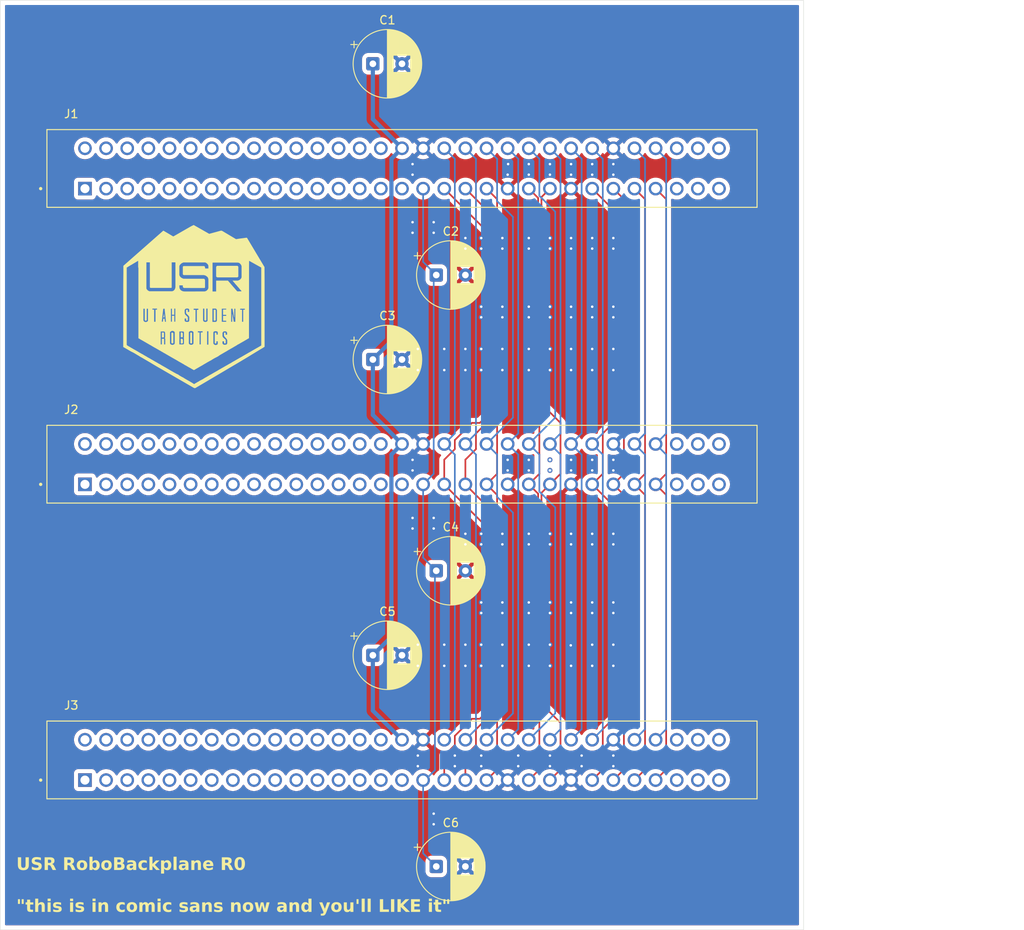
<source format=kicad_pcb>
(kicad_pcb (version 20241229) (generator "pcbnew") (generator_version "9.0")
  (title_block (title "USR RobotBackplane") (date "2025-08-10") (rev "0") (company "Utah Student Robotics"))
  (layers (0 "F.Cu" signal) (2 "B.Cu" signal) (13 "F.Paste" user) (15 "B.Paste" user) (5 "F.SilkS" user "F.Silkscreen") (7 "B.SilkS" user "B.Silkscreen") (1 "F.Mask" user) (3 "B.Mask" user) (25 "Edge.Cuts" user))
  (net 0 "")
  (net 1 "SPI1_SCLK")
  (net 2 "GND")
  (net 3 "+5V")
  (net 4 "SPI0_CS1")
  (net 5 "SPI0_CS2")
  (net 6 "SPI0_SCLK")
  (net 7 "SPI0_CS0")
  (net 8 "SPI1_MISO")
  (net 9 "+3V3")
  (net 10 "SPI0_MISO")
  (net 11 "SPI0_MOSI")
  (net 12 "SPI1_CS0")
  (net 13 "SPI1_MOSI")
  (net 125 "M2_PWM")
  (net 126 "M1_PWM")
  (net 127 "M2_DIR")
  (net 128 "M2_FLT")
  (net 129 "M2_SLP")
  (net 130 "M1_SLP")
  (net 131 "SPI1_CS1")
  (net 132 "M1_DIR")
  (net 133 "M1_FLT")
  (footprint "USR:TE_7-5530843-0" (layer "F.Cu") (at 139.7 124.3457)
    (property "Reference" "J3")
    (property "Value" "~")
  )
  (footprint "Capacitor_THT:CP_Radial_D8.0mm_P3.50mm" (layer "F.Cu") (at 143.82 101.6)
    (property "Reference" "C4")
    (property "Value" "100uF")
  )
  (footprint "Capacitor_THT:CP_Radial_D8.0mm_P3.50mm" (layer "F.Cu") (at 136.2 111.76)
    (property "Reference" "C5")
    (property "Value" "100uF")
  )
  (footprint "Capacitor_THT:CP_Radial_D8.0mm_P3.50mm" (layer "F.Cu") (at 136.2 40.64)
    (property "Reference" "C1")
    (property "Value" "100uF")
  )
  (footprint "USR:TE_7-5530843-0" (layer "F.Cu") (at 139.7 88.7857)
    (property "Reference" "J2")
    (property "Value" "~")
  )
  (footprint "Capacitor_THT:CP_Radial_D8.0mm_P3.50mm" (layer "F.Cu") (at 143.82 137.16)
    (property "Reference" "C6")
    (property "Value" "100uF")
  )
  (footprint "Capacitor_THT:CP_Radial_D8.0mm_P3.50mm" (layer "F.Cu") (at 143.82 66.04)
    (property "Reference" "C2")
    (property "Value" "100uF")
  )
  (footprint "USR:TE_7-5530843-0" (layer "F.Cu") (at 139.7 53.2257)
    (property "Reference" "J1")
    (property "Value" "~")
  )
  (footprint "Capacitor_THT:CP_Radial_D8.0mm_P3.50mm" (layer "F.Cu") (at 136.2 76.2)
    (property "Reference" "C3")
    (property "Value" "100uF")
  )
  (gr_poly (pts (xy 112.054536 72.960409) (xy 112.054536 72.967409) (xy 112.043836 72.967409) (xy 112.033136 72.967409) (xy 112.018136 72.981309) (xy 112.003236 72.995209) (xy 111.994136 72.995209) (xy 111.985036 72.995209) (xy 111.985036 73.596609) (xy 111.985036 74.198009) (xy 112.009136 74.222109) (xy 112.033236 74.246209) (xy 112.046936 74.246209) (xy 112.060636 74.246209) (xy 112.064936 74.253109) (xy 112.069236 74.260109) (xy 112.121236 74.260109) (xy 112.173136 74.260109) (xy 112.197236 74.236009) (xy 112.221336 74.211909) (xy 112.221336 73.624409) (xy 112.221336 73.036909) (xy 112.214436 73.036909) (xy 112.207436 73.036909) (xy 112.207436 73.023009) (xy 112.207436 73.009109) (xy 112.198336 73.009109) (xy 112.189236 73.009109) (xy 112.174336 72.995209) (xy 112.159336 72.981309) (xy 112.148636 72.981309) (xy 112.137936 72.981309) (xy 112.137936 72.974309) (xy 112.137936 72.967409) (xy 112.124036 72.967409) (xy 112.110136 72.967409) (xy 112.110136 72.960409) (xy 112.110136 72.953509) (xy 112.082336 72.953509) (xy 112.054536 72.953509)) (fill yes) (layer "F.SilkS"))
  (gr_poly (pts (xy 111.090036 70.724209) (xy 111.082936 70.732909) (xy 111.079436 70.767709) (xy 111.075936 70.802409) (xy 111.067736 70.833709) (xy 111.059536 70.865009) (xy 111.053636 70.913609) (xy 111.047736 70.962309) (xy 111.039936 70.990109) (xy 111.032036 71.017909) (xy 111.025136 71.042209) (xy 111.018136 71.066509) (xy 111.012536 71.087409) (xy 111.006736 71.108209) (xy 111.004236 71.118709) (xy 111.001636 71.129109) (xy 111.068936 71.131109) (xy 111.136336 71.133109) (xy 111.144336 71.118209) (xy 111.152336 71.103309) (xy 111.148036 71.071009) (xy 111.143736 71.038709) (xy 111.137436 70.979609) (xy 111.131136 70.920609) (xy 111.123336 70.875409) (xy 111.115536 70.830209) (xy 111.111636 70.772909) (xy 111.107936 70.715609) (xy 111.102536 70.715609) (xy 111.097136 70.715609)) (fill yes) (layer "F.SilkS"))
  (gr_poly (pts (xy 113.110936 73.989109) (xy 113.110936 74.274009) (xy 113.204936 74.274009) (xy 113.298936 74.274009) (xy 113.336936 74.235909) (xy 113.375036 74.197909) (xy 113.375036 74.007409) (xy 113.375036 73.817009) (xy 113.364236 73.808009) (xy 113.353436 73.799009) (xy 113.343836 73.776109) (xy 113.334236 73.753109) (xy 113.319836 73.737709) (xy 113.305536 73.722309) (xy 113.305536 73.713209) (xy 113.305536 73.704109) (xy 113.208236 73.704109) (xy 113.110936 73.704109)) (fill yes) (layer "F.SilkS"))
  (gr_poly (pts (xy 114.287236 72.963909) (xy 114.278536 72.973709) (xy 114.278536 72.984509) (xy 114.278536 72.995209) (xy 114.264636 72.995209) (xy 114.250736 72.995209) (xy 114.250736 73.599909) (xy 114.250736 74.204509) (xy 114.256536 74.204509) (xy 114.262336 74.204509) (xy 114.272136 74.223609) (xy 114.282036 74.242709) (xy 114.290236 74.251409) (xy 114.298436 74.260109) (xy 114.358036 74.260109) (xy 114.417536 74.260109) (xy 114.417536 74.253109) (xy 114.417536 74.246209) (xy 114.428336 74.246209) (xy 114.439036 74.246209) (xy 114.456136 74.229109) (xy 114.473136 74.212109) (xy 114.473136 73.613909) (xy 114.473136 73.015709) (xy 114.442036 72.984609) (xy 114.411036 72.953509) (xy 114.353436 72.953809) (xy 114.295936 72.954009)) (fill yes) (layer "F.SilkS"))
  (gr_poly (pts (xy 113.110936 73.231509) (xy 113.110936 73.523409) (xy 113.208236 73.523409) (xy 113.305536 73.523409) (xy 113.305536 73.516409) (xy 113.305536 73.509509) (xy 113.326436 73.509509) (xy 113.347236 73.509509) (xy 113.347236 73.488709) (xy 113.347236 73.467809) (xy 113.354236 73.467809) (xy 113.361136 73.467809) (xy 113.361136 73.255709) (xy 113.361136 73.043609) (xy 113.309136 72.991609) (xy 113.257136 72.939609) (xy 113.184036 72.939609) (xy 113.110936 72.939609)) (fill yes) (layer "F.SilkS"))
  (gr_poly (pts (xy 117.072536 70.868409) (xy 117.072536 71.521809) (xy 117.167536 71.521809) (xy 117.262636 71.521809) (xy 117.285736 71.496609) (xy 117.308836 71.471409) (xy 117.308836 70.865309) (xy 117.308836 70.259209) (xy 117.281436 70.237209) (xy 117.254036 70.215209) (xy 117.163236 70.215209) (xy 117.072536 70.215209)) (fill yes) (layer "F.SilkS"))
  (gr_poly (pts (xy 117.479036 64.942009) (xy 117.465036 64.950409) (xy 117.428736 64.977109) (xy 117.392436 65.003709) (xy 117.384636 65.032709) (xy 117.376736 65.061609) (xy 117.370536 65.081809) (xy 117.364436 65.101909) (xy 117.364436 65.653809) (xy 117.364436 66.205609) (xy 117.374236 66.224409) (xy 117.384036 66.243209) (xy 117.403736 66.261509) (xy 117.423536 66.279909) (xy 117.466736 66.301509) (xy 117.509936 66.323109) (xy 118.705736 66.323109) (xy 119.901536 66.323109) (xy 119.948336 66.299509) (xy 119.995036 66.276009) (xy 120.014136 66.246809) (xy 120.033236 66.217609) (xy 120.033236 65.633909) (xy 120.033236 65.050309) (xy 120.025436 65.035109) (xy 120.017736 65.019909) (xy 120.004436 65.006009) (xy 119.991236 64.992109) (xy 119.977736 64.973909) (xy 119.964136 64.955709) (xy 119.940336 64.944409) (xy 119.916536 64.933109) (xy 118.704736 64.933309) (xy 117.493036 64.933609)) (fill yes) (layer "F.SilkS"))
  (gr_poly (pts (xy 110.845236 73.252309) (xy 110.845236 73.551209) (xy 110.956436 73.551209) (xy 111.067636 73.551209) (xy 111.067636 73.537309) (xy 111.067636 73.523409) (xy 111.081536 73.523409) (xy 111.095436 73.523409) (xy 111.095436 73.260809) (xy 111.095436 72.998309) (xy 111.081536 72.988209) (xy 111.067636 72.978209) (xy 111.067636 72.965809) (xy 111.067636 72.953509) (xy 110.956436 72.953509) (xy 110.845236 72.953509)) (fill yes) (layer "F.SilkS"))
  (gr_poly (pts (xy 114.720536 60.052609) (xy 114.761636 60.079009) (xy 114.841536 60.124609) (xy 114.921436 60.170209) (xy 114.952736 60.187709) (xy 114.984036 60.205209) (xy 115.074336 60.255709) (xy 115.164736 60.306309) (xy 115.183136 60.319209) (xy 115.201636 60.332109) (xy 115.204936 60.332109) (xy 115.208336 60.332109) (xy 115.390636 60.436309) (xy 115.572836 60.540609) (xy 115.576236 60.540609) (xy 115.579536 60.540609) (xy 115.598036 60.553409) (xy 115.616436 60.566309) (xy 115.661636 60.590909) (xy 115.706836 60.615609) (xy 115.751936 60.641509) (xy 115.797136 60.667409) (xy 115.828436 60.684909) (xy 115.859736 60.702409) (xy 115.908336 60.731609) (xy 115.957036 60.760709) (xy 116.012636 60.790709) (xy 116.068236 60.820709) (xy 116.086636 60.833509) (xy 116.105136 60.846409) (xy 116.108836 60.846409) (xy 116.112636 60.846409) (xy 116.153036 60.869809) (xy 116.193336 60.893209) (xy 116.224636 60.910609) (xy 116.255836 60.928009) (xy 116.318436 60.964909) (xy 116.381036 61.001709) (xy 116.447036 61.038709) (xy 116.513036 61.075809) (xy 116.530436 61.077009) (xy 116.547836 61.078209) (xy 116.558236 61.078009) (xy 116.568636 61.077709) (xy 116.624236 61.062309) (xy 116.679836 61.047009) (xy 116.714636 61.037609) (xy 116.749336 61.028109) (xy 116.801436 61.014109) (xy 116.853536 61.000109) (xy 116.954336 60.972409) (xy 117.055136 60.944709) (xy 117.121136 60.927309) (xy 117.187136 60.909809) (xy 117.225436 60.899509) (xy 117.263636 60.889109) (xy 117.319236 60.874209) (xy 117.374836 60.859209) (xy 117.409536 60.849709) (xy 117.444336 60.840209) (xy 117.510336 60.822009) (xy 117.576436 60.803809) (xy 117.612936 60.793809) (xy 117.649336 60.783909) (xy 117.687636 60.773409) (xy 117.725836 60.763009) (xy 117.765836 60.752109) (xy 117.805736 60.741209) (xy 117.871736 60.723609) (xy 117.937836 60.706109) (xy 117.976436 60.706009) (xy 118.015036 60.705909) (xy 118.066536 60.727809) (xy 118.118036 60.749709) (xy 118.219036 60.809509) (xy 118.320036 60.869309) (xy 118.466036 60.956209) (xy 118.611936 61.043109) (xy 118.632836 61.054909) (xy 118.653636 61.066709) (xy 118.837836 61.176509) (xy 119.022036 61.286409) (xy 119.077636 61.319309) (xy 119.133236 61.352309) (xy 119.432036 61.531109) (xy 119.730936 61.710009) (xy 119.746536 61.717209) (xy 119.762236 61.724309) (xy 119.823036 61.715709) (xy 119.883836 61.707009) (xy 119.942936 61.697009) (xy 120.001936 61.687009) (xy 120.047136 61.680209) (xy 120.092336 61.673509) (xy 120.165336 61.663209) (xy 120.238236 61.652909) (xy 120.318236 61.642609) (xy 120.398136 61.632209) (xy 120.481536 61.621809) (xy 120.564936 61.611309) (xy 120.627436 61.603609) (xy 120.690036 61.595809) (xy 120.763036 61.585309) (xy 120.836036 61.574809) (xy 120.881136 61.568709) (xy 120.926336 61.562709) (xy 120.971536 61.556609) (xy 121.016736 61.550409) (xy 121.034836 61.555609) (xy 121.053036 61.560709) (xy 121.066936 61.568209) (xy 121.081036 61.575709) (xy 121.101736 61.609009) (xy 121.122536 61.642209) (xy 121.232236 61.826409) (xy 121.341936 62.010509) (xy 121.355536 62.034909) (xy 121.369136 62.059209) (xy 121.374636 62.066209) (xy 121.380136 62.073109) (xy 121.393736 62.097409) (xy 121.407336 62.121809) (xy 121.617736 62.472709) (xy 121.828236 62.823709) (xy 121.840136 62.844609) (xy 121.852136 62.865409) (xy 121.958436 63.042609) (xy 122.064836 63.219909) (xy 122.076536 63.240709) (xy 122.088336 63.261609) (xy 122.244636 63.522209) (xy 122.400936 63.782809) (xy 122.473336 63.903809) (xy 122.545736 64.024709) (xy 122.556336 64.042809) (xy 122.566836 64.060809) (xy 122.593736 64.106009) (xy 122.620636 64.151209) (xy 122.632636 64.172009) (xy 122.644636 64.192909) (xy 122.855136 64.543809) (xy 123.065536 64.894809) (xy 123.079236 64.919209) (xy 123.092936 64.943509) (xy 123.106036 64.961909) (xy 123.119136 64.980409) (xy 123.119136 64.983809) (xy 123.119136 64.987309) (xy 123.148636 65.034909) (xy 123.178136 65.082509) (xy 123.183636 65.888709) (xy 123.189136 66.694909) (xy 123.189836 70.670709) (xy 123.190436 74.646509) (xy 123.186036 74.660409) (xy 123.181636 74.674309) (xy 123.065236 74.749109) (xy 122.948836 74.824009) (xy 122.802836 74.909609) (xy 122.656936 74.995109) (xy 122.493636 75.094109) (xy 122.330236 75.193209) (xy 122.311536 75.204509) (xy 122.292836 75.215809) (xy 122.165536 75.293109) (xy 122.038336 75.370409) (xy 121.944536 75.427909) (xy 121.850736 75.485409) (xy 121.784636 75.525209) (xy 121.718636 75.565009) (xy 121.628336 75.620109) (xy 121.537936 75.675209) (xy 121.454536 75.726209) (xy 121.371136 75.777209) (xy 121.346836 75.790909) (xy 121.322536 75.804509) (xy 121.315536 75.810009) (xy 121.308636 75.815509) (xy 121.180036 75.893509) (xy 121.051436 75.971609) (xy 121.030636 75.983809) (xy 121.009736 75.995909) (xy 120.881136 76.074209) (xy 120.752636 76.152509) (xy 120.697036 76.185009) (xy 120.641436 76.217709) (xy 120.523236 76.289109) (xy 120.405036 76.360609) (xy 120.384236 76.372809) (xy 120.363336 76.384909) (xy 120.325136 76.407809) (xy 120.286936 76.430709) (xy 120.273036 76.438409) (xy 120.259136 76.446109) (xy 120.071436 76.558009) (xy 119.883836 76.669909) (xy 119.769136 76.738009) (xy 119.654536 76.806109) (xy 119.595436 76.840609) (xy 119.536336 76.875109) (xy 119.515436 76.887109) (xy 119.494636 76.899109) (xy 119.425136 76.940609) (xy 119.355636 76.982209) (xy 119.167936 77.092009) (xy 118.980336 77.201909) (xy 118.896936 77.251909) (xy 118.813536 77.302009) (xy 118.698836 77.370009) (xy 118.584136 77.437909) (xy 118.528536 77.470809) (xy 118.472936 77.503709) (xy 118.351336 77.575409) (xy 118.229736 77.647209) (xy 118.121936 77.711109) (xy 118.014236 77.775009) (xy 117.892636 77.846509) (xy 117.771036 77.918009) (xy 117.628536 78.002609) (xy 117.486036 78.087309) (xy 117.399136 78.138209) (xy 117.312336 78.189209) (xy 117.260836 78.220009) (xy 117.209436 78.250909) (xy 117.187136 78.263409) (xy 117.164936 78.275909) (xy 117.113536 78.306909) (xy 117.062136 78.337809) (xy 116.728436 78.534409) (xy 116.394836 78.730909) (xy 116.328836 78.770609) (xy 116.262836 78.810309) (xy 116.175936 78.861109) (xy 116.089036 78.911909) (xy 116.023036 78.951409) (xy 115.957036 78.991009) (xy 115.870136 79.041909) (xy 115.783236 79.092809) (xy 115.675536 79.156709) (xy 115.567836 79.220509) (xy 115.390636 79.324709) (xy 115.213336 79.428809) (xy 115.123036 79.479709) (xy 115.032636 79.530609) (xy 114.984036 79.563209) (xy 114.935336 79.595809) (xy 114.907536 79.609809) (xy 114.879736 79.623709) (xy 114.842936 79.632409) (xy 114.806236 79.641009) (xy 114.769236 79.636409) (xy 114.732236 79.631809) (xy 114.691336 79.611609) (xy 114.650436 79.591309) (xy 114.619136 79.572709) (xy 114.587836 79.554109) (xy 114.567036 79.542109) (xy 114.546136 79.530009) (xy 114.434936 79.465709) (xy 114.323736 79.401509) (xy 114.301136 79.388409) (xy 114.278536 79.375409) (xy 114.255936 79.362409) (xy 114.233436 79.349509) (xy 114.122236 79.284909) (xy 114.011036 79.220409) (xy 113.990136 79.208409) (xy 113.969236 79.196409) (xy 113.858036 79.132109) (xy 113.746836 79.067909) (xy 113.724336 79.054809) (xy 113.701736 79.041809) (xy 113.679136 79.028709) (xy 113.656536 79.015709) (xy 113.545336 78.951409) (xy 113.434136 78.887209) (xy 113.411536 78.874109) (xy 113.388936 78.861109) (xy 113.366336 78.848109) (xy 113.343736 78.835109) (xy 113.232536 78.770609) (xy 113.121336 78.706109) (xy 113.100536 78.694109) (xy 113.079636 78.682109) (xy 112.968436 78.617809) (xy 112.857236 78.553609) (xy 112.834736 78.540509) (xy 112.812036 78.527509) (xy 112.789536 78.514409) (xy 112.766936 78.501309) (xy 112.631436 78.423209) (xy 112.495836 78.345109) (xy 112.475036 78.333009) (xy 112.454136 78.320809) (xy 112.342936 78.256509) (xy 112.231736 78.192309) (xy 112.224836 78.187109) (xy 112.217836 78.182009) (xy 112.179636 78.161109) (xy 112.141436 78.140209) (xy 112.030236 78.075709) (xy 111.919036 78.011109) (xy 111.898136 77.999109) (xy 111.877336 77.987009) (xy 111.741736 77.908909) (xy 111.606236 77.830809) (xy 111.585436 77.818609) (xy 111.564536 77.806409) (xy 111.453336 77.742009) (xy 111.342136 77.677509) (xy 111.213536 77.603209) (xy 111.084936 77.528909) (xy 110.925136 77.436509) (xy 110.765236 77.344209) (xy 110.744436 77.332009) (xy 110.723636 77.319809) (xy 110.591536 77.243609) (xy 110.459436 77.167309) (xy 110.372636 77.116809) (xy 110.285736 77.066209) (xy 110.263136 77.053209) (xy 110.240536 77.040209) (xy 110.217136 77.026909) (xy 110.193736 77.013609) (xy 110.146936 76.985209) (xy 110.100136 76.956709) (xy 110.097236 76.956709) (xy 110.094336 76.956709) (xy 110.068436 76.940309) (xy 110.042436 76.923809) (xy 109.868736 76.820909) (xy 109.694936 76.718009) (xy 109.552536 76.630009) (xy 109.410036 76.542009) (xy 109.371736 76.521109) (xy 109.333536 76.500209) (xy 109.020836 76.317609) (xy 108.708036 76.135009) (xy 108.624636 76.084609) (xy 108.541236 76.034209) (xy 108.382036 75.945709) (xy 108.222836 75.857309) (xy 108.166536 75.820709) (xy 108.110336 75.784209) (xy 108.059736 75.751909) (xy 108.009136 75.719609) (xy 108.006436 75.719609) (xy 108.003736 75.719609) (xy 107.943536 75.684909) (xy 107.883336 75.650109) (xy 107.880136 75.650109) (xy 107.876936 75.650109) (xy 107.826836 75.616509) (xy 107.776736 75.582909) (xy 107.707236 75.542509) (xy 107.637736 75.502209) (xy 107.551836 75.450509) (xy 107.465936 75.398809) (xy 107.287736 75.310409) (xy 107.109536 75.221909) (xy 107.057436 75.190309) (xy 107.005336 75.158709) (xy 106.935736 75.118509) (xy 106.866236 75.078409) (xy 106.843736 75.065409) (xy 106.821136 75.052409) (xy 106.797736 75.039109) (xy 106.774336 75.025909) (xy 106.727536 74.997509) (xy 106.680636 74.969009) (xy 106.678436 74.969009) (xy 106.676236 74.969009) (xy 106.517536 74.877909) (xy 106.358936 74.786709) (xy 106.340436 74.773609) (xy 106.322036 74.760509) (xy 106.312636 74.760109) (xy 106.303336 74.759709) (xy 106.251236 74.726809) (xy 106.199036 74.693909) (xy 106.201336 70.916809) (xy 106.203536 67.139709) (xy 106.209936 66.472509) (xy 106.216236 65.805309) (xy 106.216336 65.368809) (xy 106.216388 65.141609) (xy 106.605636 65.141609) (xy 106.605636 65.148509) (xy 106.605636 65.155509) (xy 106.612636 65.155509) (xy 106.619536 65.155509) (xy 106.619536 69.798109) (xy 106.619536 74.440809) (xy 106.626536 74.440809) (xy 106.633436 74.440809) (xy 106.633436 74.452209) (xy 106.633436 74.463509) (xy 106.652536 74.480409) (xy 106.671636 74.497309) (xy 106.700736 74.517709) (xy 106.729736 74.538109) (xy 106.737236 74.538109) (xy 106.744636 74.538109) (xy 106.744736 74.543309) (xy 106.744736 74.548509) (xy 106.760336 74.556209) (xy 106.775936 74.563809) (xy 106.807236 74.580509) (xy 106.838536 74.597209) (xy 106.849736 74.609409) (xy 106.860936 74.621509) (xy 106.868936 74.621509) (xy 106.876936 74.621509) (xy 106.892436 74.630209) (xy 106.907936 74.638909) (xy 106.911436 74.642409) (xy 106.914936 74.645809) (xy 106.935736 74.658009) (xy 106.956636 74.670109) (xy 106.994836 74.688909) (xy 107.033036 74.707709) (xy 107.043536 74.718509) (xy 107.053936 74.729209) (xy 107.085236 74.746109) (xy 107.116536 74.763009) (xy 107.130336 74.770409) (xy 107.144236 74.777909) (xy 107.147736 74.781409) (xy 107.151236 74.784809) (xy 107.182536 74.801709) (xy 107.213736 74.818609) (xy 107.227736 74.826009) (xy 107.241536 74.833509) (xy 107.245036 74.837009) (xy 107.248536 74.840409) (xy 107.276336 74.854909) (xy 107.304136 74.869309) (xy 107.321136 74.879209) (xy 107.338136 74.889109) (xy 107.352036 74.901309) (xy 107.365836 74.913409) (xy 107.374936 74.913409) (xy 107.384036 74.913409) (xy 107.384036 74.918809) (xy 107.384036 74.924209) (xy 107.444836 74.955309) (xy 107.505736 74.986409) (xy 107.519136 74.998609) (xy 107.532636 75.010709) (xy 107.545736 75.010709) (xy 107.558736 75.010709) (xy 107.589036 75.031609) (xy 107.619336 75.052409) (xy 107.626836 75.052409) (xy 107.634236 75.052409) (xy 107.634236 75.058409) (xy 107.634236 75.064309) (xy 107.692836 75.093909) (xy 107.751436 75.123409) (xy 107.765536 75.136609) (xy 107.779636 75.149709) (xy 107.786936 75.149709) (xy 107.794336 75.149709) (xy 107.809836 75.158409) (xy 107.825436 75.167109) (xy 107.828836 75.170609) (xy 107.832336 75.174009) (xy 107.853236 75.186209) (xy 107.874036 75.198309) (xy 107.912236 75.217209) (xy 107.950536 75.236009) (xy 107.959536 75.248509) (xy 107.968636 75.260909) (xy 107.982136 75.260909) (xy 107.995636 75.260909) (xy 107.995636 75.267909) (xy 107.995636 75.274809) (xy 108.006436 75.274809) (xy 108.017136 75.274809) (xy 108.034236 75.291909) (xy 108.051236 75.308909) (xy 108.077336 75.321009) (xy 108.103436 75.333209) (xy 108.106836 75.337009) (xy 108.110336 75.340909) (xy 108.138136 75.355309) (xy 108.165936 75.369709) (xy 108.183336 75.379609) (xy 108.200736 75.389509) (xy 108.204136 75.393009) (xy 108.207636 75.396509) (xy 108.226736 75.405109) (xy 108.245836 75.413809) (xy 108.263136 75.421909) (xy 108.280436 75.430009) (xy 108.294136 75.442709) (xy 108.307836 75.455509) (xy 108.318536 75.455509) (xy 108.329236 75.455509) (xy 108.329236 75.462509) (xy 108.329236 75.469409) (xy 108.343136 75.469409) (xy 108.357036 75.469409) (xy 108.357036 75.475309) (xy 108.357036 75.481109) (xy 108.390136 75.497909) (xy 108.423136 75.514609) (xy 108.425436 75.519809) (xy 108.427736 75.525009) (xy 108.440436 75.525009) (xy 108.453236 75.525009) (xy 108.455536 75.530209) (xy 108.457836 75.535409) (xy 108.488036 75.551109) (xy 108.518236 75.566709) (xy 108.528036 75.566709) (xy 108.537736 75.566709) (xy 108.537736 75.573709) (xy 108.537736 75.580609) (xy 108.557836 75.580609) (xy 108.577836 75.580609) (xy 108.581436 75.594209) (xy 108.584936 75.607809) (xy 108.618336 75.629009) (xy 108.651736 75.650109) (xy 108.662736 75.650109) (xy 108.673736 75.650109) (xy 108.683736 75.664009) (xy 108.693736 75.677909) (xy 108.706136 75.677909) (xy 108.718536 75.677909) (xy 108.718536 75.684909) (xy 108.718536 75.691809) (xy 108.731836 75.691809) (xy 108.745136 75.691809) (xy 108.747436 75.697309) (xy 108.749736 75.702709) (xy 108.771636 75.718109) (xy 108.793636 75.733509) (xy 108.804736 75.733509) (xy 108.815736 75.733509) (xy 108.815736 75.740509) (xy 108.815736 75.747409) (xy 108.829736 75.747409) (xy 108.843636 75.747409) (xy 108.843636 75.753209) (xy 108.843636 75.759009) (xy 108.862736 75.768809) (xy 108.881836 75.778709) (xy 108.885336 75.782209) (xy 108.888736 75.785709) (xy 108.918336 75.801309) (xy 108.947836 75.816909) (xy 108.977336 75.832609) (xy 109.006936 75.848209) (xy 109.009236 75.853409) (xy 109.011536 75.858609) (xy 109.023336 75.858609) (xy 109.035136 75.858609) (xy 109.045136 75.872509) (xy 109.055136 75.886409) (xy 109.066936 75.886409) (xy 109.078736 75.886409) (xy 109.081036 75.892109) (xy 109.083336 75.897709) (xy 109.114636 75.918409) (xy 109.145936 75.939109) (xy 109.180636 75.956109) (xy 109.215436 75.973109) (xy 109.246336 75.992309) (xy 109.277236 76.011509) (xy 109.288136 76.011509) (xy 109.298936 76.011509) (xy 109.307636 76.025409) (xy 109.316336 76.039309) (xy 109.330136 76.039309) (xy 109.344036 76.039309) (xy 109.344036 76.046309) (xy 109.344036 76.053209) (xy 109.357936 76.053209) (xy 109.371736 76.053209) (xy 109.371736 76.060209) (xy 109.371736 76.067109) (xy 109.382836 76.067109) (xy 109.393936 76.067109) (xy 109.415936 76.082509) (xy 109.437836 76.097909) (xy 109.440136 76.103409) (xy 109.442436 76.108809) (xy 109.452736 76.108809) (xy 109.463136 76.108809) (xy 109.493436 76.129709) (xy 109.523736 76.150509) (xy 109.531136 76.150509) (xy 109.538536 76.150509) (xy 109.538536 76.156709) (xy 109.538536 76.162809) (xy 109.550736 76.166909) (xy 109.562936 76.171009) (xy 109.583736 76.183509) (xy 109.604636 76.196009) (xy 109.646336 76.220209) (xy 109.688036 76.244509) (xy 109.708836 76.254809) (xy 109.729736 76.265209) (xy 109.733236 76.268709) (xy 109.736636 76.272209) (xy 109.754036 76.282109) (xy 109.771436 76.292009) (xy 109.799236 76.306409) (xy 109.827036 76.320809) (xy 109.830536 76.324309) (xy 109.833936 76.327809) (xy 109.851336 76.337709) (xy 109.868736 76.347609) (xy 109.896536 76.362009) (xy 109.924336 76.376409) (xy 109.937836 76.388609) (xy 109.951236 76.400709) (xy 109.960336 76.400709) (xy 109.969536 76.400709) (xy 109.969536 76.406909) (xy 109.969536 76.413009) (xy 109.981636 76.416909) (xy 109.993836 76.420709) (xy 110.014636 76.433309) (xy 110.035536 76.445909) (xy 110.039036 76.449409) (xy 110.042436 76.452909) (xy 110.058036 76.461509) (xy 110.073536 76.470209) (xy 110.084036 76.470209) (xy 110.094636 76.470209) (xy 110.094636 76.477209) (xy 110.094636 76.484109) (xy 110.105536 76.484109) (xy 110.116436 76.484109) (xy 110.146736 76.505009) (xy 110.177036 76.525809) (xy 110.184436 76.525809) (xy 110.191936 76.525809) (xy 110.191936 76.532009) (xy 110.191936 76.538109) (xy 110.204036 76.542009) (xy 110.216236 76.545809) (xy 110.237036 76.558409) (xy 110.257936 76.571009) (xy 110.261436 76.574509) (xy 110.264836 76.578009) (xy 110.295636 76.594809) (xy 110.326536 76.611609) (xy 110.368536 76.633009) (xy 110.410636 76.654409) (xy 110.430836 76.673509) (xy 110.451136 76.692609) (xy 110.459936 76.692609) (xy 110.468736 76.692609) (xy 110.471036 76.697809) (xy 110.473336 76.703109) (xy 110.502936 76.719209) (xy 110.532436 76.735209) (xy 110.544636 76.733209) (xy 110.556836 76.731209) (xy 110.588036 76.752609) (xy 110.619336 76.774009) (xy 110.664536 76.801809) (xy 110.709636 76.829509) (xy 110.757536 76.859009) (xy 110.805336 76.888509) (xy 110.828736 76.901809) (xy 110.852136 76.915009) (xy 110.874736 76.928009) (xy 110.897336 76.940909) (xy 110.932136 76.961109) (xy 110.966836 76.981209) (xy 110.987736 76.991609) (xy 111.008536 77.001909) (xy 111.012036 77.005409) (xy 111.015536 77.008909) (xy 111.032036 77.018209) (xy 111.048636 77.027609) (xy 111.072036 77.040809) (xy 111.095436 77.054109) (xy 111.119736 77.067909) (xy 111.144036 77.081809) (xy 111.168436 77.095809) (xy 111.192736 77.109709) (xy 111.218836 77.124609) (xy 111.244836 77.139609) (xy 111.281936 77.159309) (xy 111.318936 77.179009) (xy 111.338536 77.193009) (xy 111.358236 77.207009) (xy 111.365836 77.207009) (xy 111.373436 77.207009) (xy 111.373436 77.213109) (xy 111.373436 77.219209) (xy 111.385636 77.223109) (xy 111.397736 77.227009) (xy 111.418636 77.239509) (xy 111.439436 77.252109) (xy 111.442936 77.255609) (xy 111.446436 77.259109) (xy 111.463036 77.268409) (xy 111.479536 77.277809) (xy 111.504736 77.292309) (xy 111.529836 77.306809) (xy 111.571536 77.330009) (xy 111.613236 77.353309) (xy 111.625336 77.357409) (xy 111.637536 77.361509) (xy 111.637536 77.367609) (xy 111.637536 77.373809) (xy 111.645136 77.373809) (xy 111.652736 77.373809) (xy 111.671236 77.386809) (xy 111.689636 77.399909) (xy 111.715736 77.414609) (xy 111.741736 77.429409) (xy 111.767836 77.444009) (xy 111.793936 77.458609) (xy 111.800836 77.464109) (xy 111.807836 77.469609) (xy 111.835636 77.485309) (xy 111.863436 77.501009) (xy 111.898136 77.519709) (xy 111.932936 77.538409) (xy 111.958936 77.553409) (xy 111.985036 77.568409) (xy 112.009336 77.582209) (xy 112.033636 77.596209) (xy 112.058036 77.610109) (xy 112.082336 77.624009) (xy 112.108436 77.638609) (xy 112.134436 77.653109) (xy 112.162236 77.668109) (xy 112.190036 77.683009) (xy 112.199036 77.691509) (xy 112.208036 77.700109) (xy 112.233836 77.712009) (xy 112.259536 77.724009) (xy 112.263036 77.727809) (xy 112.266536 77.731709) (xy 112.296036 77.747309) (xy 112.325636 77.763009) (xy 112.355136 77.778609) (xy 112.384636 77.794209) (xy 112.388136 77.797709) (xy 112.391636 77.801209) (xy 112.421836 77.816809) (xy 112.452036 77.832509) (xy 112.461136 77.832509) (xy 112.470336 77.832509) (xy 112.490036 77.853309) (xy 112.509736 77.874209) (xy 112.514236 77.874209) (xy 112.518736 77.874209) (xy 112.615036 77.919809) (xy 112.711336 77.965509) (xy 112.746036 77.981609) (xy 112.780836 77.997809) (xy 112.791236 78.001109) (xy 112.801636 78.004509) (xy 112.846836 78.037709) (xy 112.892036 78.070909) (xy 112.916336 78.089609) (xy 112.940636 78.108309) (xy 112.989336 78.138009) (xy 113.037936 78.167809) (xy 113.060536 78.180809) (xy 113.083136 78.193909) (xy 113.107436 78.207809) (xy 113.131836 78.221709) (xy 113.157836 78.236309) (xy 113.183936 78.251009) (xy 113.190836 78.256209) (xy 113.197836 78.261409) (xy 113.253436 78.291409) (xy 113.309036 78.321309) (xy 113.331836 78.334109) (xy 113.354636 78.346809) (xy 113.370836 78.346809) (xy 113.387136 78.346809) (xy 113.407136 78.362209) (xy 113.427136 78.377609) (xy 113.430636 78.381709) (xy 113.434136 78.385909) (xy 113.465436 78.407109) (xy 113.496736 78.428409) (xy 113.569636 78.471809) (xy 113.642636 78.515309) (xy 113.660036 78.527509) (xy 113.677336 78.539809) (xy 113.712136 78.558909) (xy 113.746836 78.578109) (xy 113.774736 78.593509) (xy 113.802436 78.608909) (xy 113.840736 78.631709) (xy 113.878936 78.654509) (xy 113.903236 78.668609) (xy 113.927536 78.682709) (xy 113.967436 78.704109) (xy 114.007236 78.725609) (xy 114.075136 78.764909) (xy 114.143036 78.804209) (xy 114.187036 78.828109) (xy 114.231036 78.852009) (xy 114.243136 78.861709) (xy 114.255136 78.871509) (xy 114.275536 78.884109) (xy 114.295936 78.896709) (xy 114.308136 78.900509) (xy 114.320236 78.904409) (xy 114.320236 78.910509) (xy 114.320236 78.916709) (xy 114.334136 78.916709) (xy 114.348036 78.916709) (xy 114.348036 78.922509) (xy 114.348036 78.928409) (xy 114.381136 78.945009) (xy 114.414136 78.961709) (xy 114.417536 78.965209) (xy 114.421036 78.968809) (xy 114.441936 78.981409) (xy 114.462736 78.994009) (xy 114.474936 78.997809) (xy 114.487036 79.001709) (xy 114.487036 79.007809) (xy 114.487036 79.014009) (xy 114.496136 79.014009) (xy 114.505336 79.014009) (xy 114.520136 79.027809) (xy 114.534936 79.041609) (xy 114.559636 79.055609) (xy 114.584336 79.069609) (xy 114.609936 79.084009) (xy 114.635436 79.098509) (xy 114.675536 79.125709) (xy 114.715636 79.153009) (xy 114.723636 79.153009) (xy 114.731636 79.153009) (xy 114.753536 79.137609) (xy 114.775536 79.122209) (xy 114.784636 79.113309) (xy 114.793836 79.104309) (xy 114.799236 79.104309) (xy 114.804636 79.104309) (xy 114.824136 79.087609) (xy 114.843636 79.070809) (xy 114.858236 79.064209) (xy 114.872836 79.057609) (xy 114.897136 79.046409) (xy 114.921436 79.035209) (xy 114.952736 79.016709) (xy 114.984036 78.998309) (xy 115.011836 78.979209) (xy 115.039636 78.960009) (xy 115.067436 78.944209) (xy 115.095236 78.928409) (xy 115.123036 78.913909) (xy 115.150836 78.899309) (xy 115.154336 78.895509) (xy 115.157736 78.891709) (xy 115.211036 78.865709) (xy 115.264336 78.839609) (xy 115.272636 78.829509) (xy 115.281136 78.819409) (xy 115.288036 78.819409) (xy 115.294936 78.819409) (xy 115.349936 78.780809) (xy 115.404836 78.742309) (xy 115.416836 78.738409) (xy 115.428836 78.734509) (xy 115.464536 78.717709) (xy 115.500336 78.700909) (xy 115.508836 78.690709) (xy 115.517436 78.680409) (xy 115.530436 78.680409) (xy 115.543536 78.680409) (xy 115.543536 78.673409) (xy 115.543536 78.666509) (xy 115.557236 78.666509) (xy 115.570836 78.666509) (xy 115.597136 78.651809) (xy 115.623436 78.637109) (xy 115.626936 78.632509) (xy 115.630336 78.627909) (xy 115.689436 78.598509) (xy 115.748536 78.569109) (xy 115.761336 78.569109) (xy 115.774236 78.569209) (xy 115.798536 78.544909) (xy 115.822836 78.520509) (xy 115.828636 78.520509) (xy 115.834436 78.520509) (xy 115.843836 78.511809) (xy 115.853236 78.503209) (xy 115.873836 78.490909) (xy 115.894436 78.478709) (xy 115.960536 78.439109) (xy 116.026536 78.399509) (xy 116.029936 78.395709) (xy 116.033436 78.391909) (xy 116.052636 78.382109) (xy 116.071736 78.372209) (xy 116.071736 78.366409) (xy 116.071736 78.360709) (xy 116.087736 78.360709) (xy 116.103836 78.360709) (xy 116.118736 78.346809) (xy 116.133636 78.332909) (xy 116.141036 78.332909) (xy 116.148336 78.332909) (xy 116.163836 78.324209) (xy 116.179436 78.315509) (xy 116.182936 78.312009) (xy 116.186336 78.308509) (xy 116.202036 78.299809) (xy 116.217636 78.291209) (xy 116.233236 78.282509) (xy 116.248936 78.273809) (xy 116.252436 78.270309) (xy 116.255836 78.266909) (xy 116.271536 78.258209) (xy 116.287136 78.249509) (xy 116.302736 78.240809) (xy 116.318436 78.232109) (xy 116.321936 78.228609) (xy 116.325436 78.225109) (xy 116.356636 78.208509) (xy 116.387936 78.191809) (xy 116.403536 78.184209) (xy 116.419136 78.176509) (xy 116.419136 78.171309) (xy 116.419236 78.166109) (xy 116.425736 78.166109) (xy 116.432336 78.166109) (xy 116.474036 78.141609) (xy 116.515736 78.117209) (xy 116.524836 78.108609) (xy 116.533836 78.100009) (xy 116.589436 78.071509) (xy 116.645036 78.043009) (xy 116.676336 78.026409) (xy 116.707636 78.009709) (xy 116.711136 78.006109) (xy 116.714636 78.002509) (xy 116.761536 77.979009) (xy 116.808436 77.955509) (xy 116.808436 77.949609) (xy 116.808436 77.943709) (xy 116.818336 77.943709) (xy 116.828336 77.943709) (xy 116.865336 77.921109) (xy 116.902236 77.898509) (xy 116.905736 77.895009) (xy 116.909136 77.891509) (xy 116.924836 77.882909) (xy 116.940436 77.874209) (xy 116.956136 77.865509) (xy 116.971736 77.856809) (xy 116.975236 77.853309) (xy 116.978636 77.849809) (xy 117.009936 77.833009) (xy 117.041236 77.816109) (xy 117.044736 77.812109) (xy 117.048236 77.808109) (xy 117.063736 77.799409) (xy 117.079236 77.790809) (xy 117.088236 77.790809) (xy 117.097236 77.790809) (xy 117.107236 77.776909) (xy 117.117236 77.763009) (xy 117.127936 77.762909) (xy 117.138536 77.762909) (xy 117.162836 77.748009) (xy 117.187136 77.733109) (xy 117.209836 77.720209) (xy 117.232336 77.707409) (xy 117.256636 77.693409) (xy 117.281036 77.679609) (xy 117.304336 77.666309) (xy 117.327736 77.653109) (xy 117.344336 77.643709) (xy 117.360936 77.634409) (xy 117.364436 77.630909) (xy 117.367936 77.627409) (xy 117.388736 77.617109) (xy 117.409536 77.606709) (xy 117.442936 77.587509) (xy 117.476236 77.568409) (xy 117.485336 77.568409) (xy 117.494436 77.568409) (xy 117.515036 77.548709) (xy 117.535636 77.529009) (xy 117.566436 77.512209) (xy 117.597236 77.495409) (xy 117.600736 77.491909) (xy 117.604236 77.488409) (xy 117.619736 77.479709) (xy 117.635336 77.471009) (xy 117.644236 77.471009) (xy 117.653236 77.471009) (xy 117.663236 77.457209) (xy 117.673336 77.443309) (xy 117.685636 77.443309) (xy 117.698036 77.443309) (xy 117.698036 77.436309) (xy 117.698036 77.429409) (xy 117.710436 77.429409) (xy 117.722736 77.429409) (xy 117.732736 77.415409) (xy 117.742736 77.401609) (xy 117.754536 77.401609) (xy 117.766336 77.401609) (xy 117.768736 77.396309) (xy 117.771036 77.391109) (xy 117.800536 77.375509) (xy 117.830036 77.359809) (xy 117.859636 77.344209) (xy 117.889136 77.328609) (xy 117.891436 77.323409) (xy 117.893736 77.318209) (xy 117.900236 77.318209) (xy 117.906636 77.318209) (xy 117.987436 77.269509) (xy 118.068236 77.220909) (xy 118.077136 77.220909) (xy 118.086036 77.220909) (xy 118.088336 77.215109) (xy 118.090736 77.209309) (xy 118.128936 77.188309) (xy 118.167136 77.167309) (xy 118.193236 77.152409) (xy 118.219336 77.137409) (xy 118.243636 77.123509) (xy 118.267936 77.109709) (xy 118.291336 77.096409) (xy 118.314736 77.083209) (xy 118.331236 77.073809) (xy 118.347836 77.064509) (xy 118.351336 77.061009) (xy 118.354836 77.057509) (xy 118.371436 77.048209) (xy 118.388036 77.038809) (xy 118.413136 77.024909) (xy 118.438236 77.011009) (xy 118.444836 77.004809) (xy 118.451436 76.998509) (xy 118.463936 76.998509) (xy 118.476436 76.998509) (xy 118.476436 76.993209) (xy 118.476436 76.988009) (xy 118.509436 76.970809) (xy 118.542436 76.953609) (xy 118.545936 76.950009) (xy 118.549436 76.946309) (xy 118.578936 76.930709) (xy 118.608536 76.915009) (xy 118.638036 76.899409) (xy 118.667536 76.883809) (xy 118.671036 76.880009) (xy 118.674536 76.876209) (xy 118.714536 76.856809) (xy 118.754536 76.837509) (xy 118.763136 76.829009) (xy 118.771836 76.820509) (xy 118.803036 76.803509) (xy 118.834336 76.786509) (xy 118.837836 76.783009) (xy 118.841336 76.779509) (xy 118.869136 76.764609) (xy 118.896936 76.749609) (xy 118.924736 76.734009) (xy 118.952536 76.718309) (xy 118.987236 76.699609) (xy 119.022036 76.680909) (xy 119.048336 76.665909) (xy 119.074536 76.650909) (xy 119.085436 76.650909) (xy 119.096336 76.650909) (xy 119.118236 76.635609) (xy 119.140136 76.620409) (xy 119.143636 76.616109) (xy 119.147136 76.611809) (xy 119.179636 76.589709) (xy 119.212136 76.567509) (xy 119.219636 76.567509) (xy 119.227036 76.567509) (xy 119.227036 76.560609) (xy 119.227036 76.553609) (xy 119.234336 76.553609) (xy 119.241536 76.553609) (xy 119.293036 76.518909) (xy 119.344536 76.484109) (xy 119.355736 76.484109) (xy 119.367036 76.484109) (xy 119.399536 76.462009) (xy 119.432036 76.439809) (xy 119.434436 76.434209) (xy 119.436736 76.428509) (xy 119.450036 76.428509) (xy 119.463336 76.428509) (xy 119.463336 76.421609) (xy 119.463336 76.414609) (xy 119.476636 76.414609) (xy 119.490036 76.414609) (xy 119.492336 76.409209) (xy 119.494636 76.403709) (xy 119.516536 76.388309) (xy 119.538436 76.372909) (xy 119.549536 76.372909) (xy 119.560636 76.372909) (xy 119.560636 76.366009) (xy 119.560636 76.359009) (xy 119.574536 76.359009) (xy 119.588436 76.359009) (xy 119.588436 76.352109) (xy 119.588436 76.345109) (xy 119.599536 76.345109) (xy 119.610636 76.345109) (xy 119.632536 76.329809) (xy 119.654536 76.314509) (xy 119.657936 76.310709) (xy 119.661436 76.306909) (xy 119.682236 76.294509) (xy 119.703136 76.282209) (xy 119.729236 76.270309) (xy 119.755236 76.258509) (xy 119.755236 76.253109) (xy 119.755236 76.247809) (xy 119.769136 76.247809) (xy 119.783036 76.247809) (xy 119.783036 76.240909) (xy 119.783036 76.233909) (xy 119.790436 76.233909) (xy 119.797936 76.233909) (xy 119.828236 76.213109) (xy 119.858536 76.192209) (xy 119.867936 76.192209) (xy 119.877336 76.192209) (xy 119.887336 76.178309) (xy 119.897336 76.164409) (xy 119.909636 76.164409) (xy 119.922036 76.164409) (xy 119.922136 76.159209) (xy 119.922136 76.154009) (xy 119.940836 76.145309) (xy 119.959536 76.136609) (xy 119.964636 76.136609) (xy 119.969636 76.136609) (xy 120.027536 76.101209) (xy 120.085336 76.065809) (xy 120.087736 76.059509) (xy 120.090036 76.053209) (xy 120.103336 76.053209) (xy 120.116636 76.053209) (xy 120.116636 76.046309) (xy 120.116636 76.039309) (xy 120.127736 76.039309) (xy 120.138836 76.039309) (xy 120.160736 76.024009) (xy 120.182636 76.008609) (xy 120.185036 76.003109) (xy 120.187336 75.997609) (xy 120.200636 75.997609) (xy 120.213936 75.997609) (xy 120.213936 75.990709) (xy 120.213936 75.983709) (xy 120.227836 75.983709) (xy 120.241736 75.983709) (xy 120.241736 75.976809) (xy 120.241736 75.969809) (xy 120.255636 75.969809) (xy 120.269536 75.969809) (xy 120.269536 75.964609) (xy 120.269536 75.959409) (xy 120.302536 75.942209) (xy 120.335636 75.925009) (xy 120.339036 75.921309) (xy 120.342536 75.917709) (xy 120.372036 75.902109) (xy 120.401636 75.886409) (xy 120.431136 75.870809) (xy 120.460636 75.855109) (xy 120.464136 75.851709) (xy 120.467636 75.848209) (xy 120.486736 75.838309) (xy 120.505836 75.828509) (xy 120.505836 75.822709) (xy 120.505836 75.816909) (xy 120.518236 75.816909) (xy 120.530536 75.816909) (xy 120.540636 75.803009) (xy 120.550636 75.789109) (xy 120.560636 75.789109) (xy 120.570636 75.789109) (xy 120.602536 75.770209) (xy 120.634436 75.751309) (xy 120.655336 75.738709) (xy 120.676136 75.726209) (xy 120.688336 75.722109) (xy 120.700436 75.718009) (xy 120.700436 75.711909) (xy 120.700436 75.705709) (xy 120.709536 75.705709) (xy 120.718736 75.705709) (xy 120.733636 75.691809) (xy 120.748536 75.677909) (xy 120.759236 75.677909) (xy 120.769936 75.677909) (xy 120.769936 75.671009) (xy 120.769936 75.664009) (xy 120.786336 75.664009) (xy 120.802636 75.664009) (xy 120.824536 75.643209) (xy 120.846336 75.622309) (xy 120.856736 75.622309) (xy 120.867236 75.622309) (xy 120.867236 75.615409) (xy 120.867236 75.608409) (xy 120.878336 75.608409) (xy 120.889436 75.608409) (xy 120.911336 75.593009) (xy 120.933336 75.577709) (xy 120.935636 75.572209) (xy 120.937936 75.566709) (xy 120.949936 75.566709) (xy 120.961836 75.566709) (xy 120.996236 75.545009) (xy 121.030636 75.523309) (xy 121.034036 75.518809) (xy 121.037536 75.514309) (xy 121.086236 75.490409) (xy 121.134836 75.466609) (xy 121.166136 75.445909) (xy 121.197436 75.425209) (xy 121.200836 75.421209) (xy 121.204336 75.417309) (xy 121.249536 75.393509) (xy 121.294736 75.369709) (xy 121.322536 75.355309) (xy 121.350336 75.340909) (xy 121.353736 75.337109) (xy 121.357236 75.333309) (xy 121.411636 75.306609) (xy 121.466136 75.280009) (xy 121.482636 75.263509) (xy 121.499136 75.247009) (xy 121.509836 75.247009) (xy 121.520536 75.247009) (xy 121.520536 75.240109) (xy 121.520536 75.233109) (xy 121.531136 75.233109) (xy 121.541636 75.233109) (xy 121.557136 75.224409) (xy 121.572736 75.215809) (xy 121.576136 75.212309) (xy 121.579636 75.208809) (xy 121.595336 75.200109) (xy 121.610936 75.191409) (xy 121.626536 75.182709) (xy 121.642236 75.174009) (xy 121.645736 75.170609) (xy 121.649136 75.167109) (xy 121.670036 75.154509) (xy 121.690836 75.141909) (xy 121.703036 75.138109) (xy 121.715236 75.134209) (xy 121.715236 75.128009) (xy 121.715236 75.121909) (xy 121.722836 75.121909) (xy 121.730436 75.121909) (xy 121.749636 75.108209) (xy 121.768936 75.094509) (xy 121.816836 75.069209) (xy 121.864636 75.044009) (xy 121.885436 75.032509) (xy 121.906336 75.021109) (xy 121.909736 75.017709) (xy 121.913236 75.014209) (xy 121.927136 75.006709) (xy 121.941036 74.999309) (xy 121.972336 74.982409) (xy 122.003636 74.965509) (xy 122.007136 74.962109) (xy 122.010536 74.958609) (xy 122.026236 74.949909) (xy 122.041836 74.941209) (xy 122.057436 74.932509) (xy 122.073136 74.923809) (xy 122.076536 74.920009) (xy 122.080036 74.916209) (xy 122.120036 74.896909) (xy 122.160036 74.877609) (xy 122.168936 74.869509) (xy 122.177836 74.861309) (xy 122.198436 74.848909) (xy 122.219036 74.836509) (xy 122.245136 74.824709) (xy 122.271236 74.812809) (xy 122.271236 74.807509) (xy 122.271236 74.802209) (xy 122.285136 74.802209) (xy 122.298936 74.802209) (xy 122.299036 74.797009) (xy 122.299136 74.791809) (xy 122.314636 74.784509) (xy 122.330236 74.777309) (xy 122.361536 74.760209) (xy 122.392836 74.743109) (xy 122.396336 74.739309) (xy 122.399736 74.735509) (xy 122.425536 74.723509) (xy 122.451236 74.711509) (xy 122.460536 74.703009) (xy 122.469836 74.694509) (xy 122.486936 74.684609) (xy 122.504036 74.674709) (xy 122.531836 74.660309) (xy 122.559636 74.645809) (xy 122.563136 74.642409) (xy 122.566536 74.638909) (xy 122.594336 74.624509) (xy 122.622136 74.610009) (xy 122.639536 74.600109) (xy 122.656936 74.590209) (xy 122.660436 74.586809) (xy 122.663836 74.583309) (xy 122.682936 74.573409) (xy 122.702136 74.563609) (xy 122.702136 74.557809) (xy 122.702136 74.552009) (xy 122.714436 74.552009) (xy 122.726836 74.552009) (xy 122.736836 74.538109) (xy 122.746836 74.524209) (xy 122.766236 74.524209) (xy 122.785536 74.524209) (xy 122.785536 69.825909) (xy 122.785536 65.127709) (xy 122.771636 65.127709) (xy 122.757736 65.127709) (xy 122.757736 65.120709) (xy 122.757736 65.113809) (xy 122.737736 65.113809) (xy 122.717736 65.113809) (xy 122.709236 65.103609) (xy 122.700836 65.093409) (xy 122.685836 65.088909) (xy 122.670836 65.084409) (xy 122.649836 65.068709) (xy 122.628936 65.053009) (xy 122.571336 65.022609) (xy 122.513736 64.992109) (xy 122.478636 64.973309) (xy 122.443436 64.954409) (xy 122.418136 64.938909) (xy 122.392836 64.923509) (xy 122.361536 64.906209) (xy 122.330236 64.889009) (xy 122.295536 64.869609) (xy 122.260736 64.850209) (xy 122.201736 64.818409) (xy 122.142636 64.786509) (xy 122.121936 64.774609) (xy 122.101336 64.762809) (xy 122.052436 64.734109) (xy 122.003636 64.705509) (xy 121.965336 64.684909) (xy 121.927136 64.664409) (xy 121.868136 64.631509) (xy 121.809036 64.598609) (xy 121.785836 64.584909) (xy 121.762636 64.571209) (xy 121.702436 64.539409) (xy 121.642236 64.507609) (xy 121.607436 64.487509) (xy 121.572736 64.467309) (xy 121.562236 64.462809) (xy 121.551836 64.458309) (xy 121.541436 64.449709) (xy 121.531036 64.441009) (xy 121.447636 64.397609) (xy 121.364236 64.354209) (xy 121.350536 64.344809) (xy 121.336736 64.335409) (xy 121.331536 64.335409) (xy 121.326236 64.335409) (xy 121.322536 64.719309) (xy 121.318836 65.103309) (xy 121.315436 69.362009) (xy 121.312036 73.620709) (xy 121.305136 73.620709) (xy 121.298136 73.620709) (xy 121.298136 73.633009) (xy 121.298136 73.645209) (xy 121.270336 73.662409) (xy 121.242536 73.679609) (xy 121.242536 73.684909) (xy 121.242536 73.690209) (xy 121.225536 73.690209) (xy 121.208436 73.690209) (xy 121.190736 73.698309) (xy 121.173036 73.706309) (xy 121.173036 73.712209) (xy 121.173036 73.718009) (xy 121.163936 73.718009) (xy 121.154836 73.718009) (xy 121.141036 73.730209) (xy 121.127336 73.742309) (xy 121.106736 73.754909) (xy 121.086236 73.767509) (xy 121.074036 73.771409) (xy 121.061836 73.775209) (xy 121.061836 73.781409) (xy 121.061836 73.787509) (xy 121.052736 73.787509) (xy 121.043636 73.787509) (xy 121.028736 73.801409) (xy 121.013836 73.815309) (xy 121.003636 73.815309) (xy 120.993536 73.815309) (xy 120.991236 73.820509) (xy 120.988936 73.825709) (xy 120.968036 73.838309) (xy 120.947236 73.850909) (xy 120.935036 73.854809) (xy 120.922836 73.858609) (xy 120.922836 73.864809) (xy 120.922836 73.870909) (xy 120.909536 73.870909) (xy 120.896236 73.870909) (xy 120.893936 73.876109) (xy 120.891636 73.881309) (xy 120.870736 73.893909) (xy 120.849936 73.906509) (xy 120.837736 73.910409) (xy 120.825536 73.914209) (xy 120.825536 73.920409) (xy 120.825536 73.926509) (xy 120.818536 73.926509) (xy 120.811436 73.926509) (xy 120.765636 73.954309) (xy 120.719936 73.982109) (xy 120.714936 73.982109) (xy 120.710036 73.982109) (xy 120.696536 73.994309) (xy 120.683136 74.006409) (xy 120.651836 74.022609) (xy 120.620536 74.038809) (xy 120.592736 74.053909) (xy 120.564936 74.069009) (xy 120.561436 74.072509) (xy 120.558036 74.075909) (xy 120.530136 74.090409) (xy 120.502436 74.104809) (xy 120.485036 74.114709) (xy 120.467636 74.124609) (xy 120.464136 74.128109) (xy 120.460636 74.131509) (xy 120.439836 74.143709) (xy 120.418936 74.155809) (xy 120.380736 74.174709) (xy 120.342536 74.193609) (xy 120.340236 74.199009) (xy 120.337936 74.204509) (xy 120.330836 74.204509) (xy 120.323836 74.204509) (xy 120.305436 74.217609) (xy 120.286936 74.230709) (xy 120.261836 74.244709) (xy 120.236736 74.258809) (xy 120.220136 74.268109) (xy 120.203536 74.277509) (xy 120.200036 74.281009) (xy 120.196536 74.284409) (xy 120.168836 74.299009) (xy 120.140936 74.313609) (xy 120.113236 74.329709) (xy 120.085336 74.345909) (xy 120.008036 74.385309) (xy 119.930736 74.424809) (xy 119.886436 74.455409) (xy 119.842136 74.486009) (xy 119.830936 74.498109) (xy 119.819636 74.510309) (xy 119.806136 74.510309) (xy 119.792636 74.510309) (xy 119.779136 74.522709) (xy 119.765736 74.535009) (xy 119.743736 74.550509) (xy 119.721836 74.565909) (xy 119.710736 74.565909) (xy 119.699636 74.565909) (xy 119.699636 74.572909) (xy 119.699636 74.579809) (xy 119.685736 74.579809) (xy 119.671836 74.579809) (xy 119.671836 74.585109) (xy 119.671836 74.590409) (xy 119.644936 74.602109) (xy 119.618036 74.613709) (xy 119.608236 74.622809) (xy 119.598336 74.631909) (xy 119.582936 74.640609) (xy 119.567636 74.649309) (xy 119.551936 74.658009) (xy 119.536336 74.666709) (xy 119.532836 74.670209) (xy 119.529336 74.673609) (xy 119.513836 74.682309) (xy 119.498236 74.691009) (xy 119.490336 74.691009) (xy 119.482336 74.691009) (xy 119.471036 74.703209) (xy 119.459736 74.715409) (xy 119.442436 74.725209) (xy 119.425136 74.735109) (xy 119.397336 74.749609) (xy 119.369536 74.764009) (xy 119.366036 74.767509) (xy 119.362536 74.771009) (xy 119.346936 74.779609) (xy 119.331336 74.788309) (xy 119.315636 74.797009) (xy 119.300036 74.805709) (xy 119.296536 74.809209) (xy 119.293036 74.812609) (xy 119.261836 74.828809) (xy 119.230536 74.845009) (xy 119.202736 74.860109) (xy 119.174936 74.875209) (xy 119.171436 74.878709) (xy 119.167936 74.882309) (xy 119.134936 74.899009) (xy 119.101936 74.915609) (xy 119.101936 74.921509) (xy 119.101936 74.927309) (xy 119.091436 74.927309) (xy 119.080936 74.927309) (xy 119.065336 74.936009) (xy 119.049836 74.944709) (xy 119.046336 74.948209) (xy 119.042836 74.951609) (xy 119.027236 74.960309) (xy 119.011636 74.969009) (xy 118.995936 74.977709) (xy 118.980336 74.986409) (xy 118.976836 74.989909) (xy 118.973336 74.993409) (xy 118.952536 75.005909) (xy 118.931636 75.018509) (xy 118.919536 75.022409) (xy 118.907336 75.026209) (xy 118.907336 75.032409) (xy 118.907336 75.038509) (xy 118.893436 75.038509) (xy 118.879536 75.038509) (xy 118.879436 75.043709) (xy 118.879436 75.049009) (xy 118.863836 75.056609) (xy 118.848236 75.064209) (xy 118.817036 75.080909) (xy 118.785736 75.097609) (xy 118.783436 75.102809) (xy 118.781036 75.108009) (xy 118.772536 75.108009) (xy 118.764036 75.108009) (xy 118.750136 75.120209) (xy 118.736336 75.132309) (xy 118.721036 75.141009) (xy 118.705836 75.149709) (xy 118.690136 75.158409) (xy 118.674536 75.167109) (xy 118.671036 75.170609) (xy 118.667536 75.174009) (xy 118.646736 75.186609) (xy 118.625836 75.199209) (xy 118.613736 75.203109) (xy 118.601536 75.206909) (xy 118.601536 75.213109) (xy 118.601536 75.219209) (xy 118.594136 75.219209) (xy 118.586636 75.219209) (xy 118.556336 75.240109) (xy 118.526036 75.260909) (xy 118.515136 75.260909) (xy 118.504236 75.260909) (xy 118.504236 75.267909) (xy 118.504236 75.274809) (xy 118.493136 75.274809) (xy 118.482036 75.274809) (xy 118.460136 75.290209) (xy 118.438236 75.305609) (xy 118.435936 75.311109) (xy 118.433636 75.316509) (xy 118.420236 75.316509) (xy 118.406936 75.316509) (xy 118.406936 75.323509) (xy 118.406936 75.330409) (xy 118.393636 75.330409) (xy 118.380336 75.330409) (xy 118.377936 75.335909) (xy 118.375636 75.341409) (xy 118.353736 75.356709) (xy 118.331836 75.372109) (xy 118.322236 75.372109) (xy 118.312736 75.372109) (xy 118.302636 75.386009) (xy 118.292636 75.399909) (xy 118.266436 75.399909) (xy 118.240136 75.399909) (xy 118.240136 75.413809) (xy 118.240136 75.427709) (xy 118.226836 75.427709) (xy 118.213536 75.427709) (xy 118.211136 75.433209) (xy 118.208836 75.438609) (xy 118.186936 75.454009) (xy 118.165036 75.469409) (xy 118.153936 75.469409) (xy 118.142836 75.469409) (xy 118.142836 75.476409) (xy 118.142836 75.483309) (xy 118.131436 75.483309) (xy 118.120136 75.483309) (xy 118.108936 75.495509) (xy 118.097636 75.507709) (xy 118.066336 75.523809) (xy 118.035136 75.540009) (xy 118.007336 75.555109) (xy 117.979536 75.570209) (xy 117.976036 75.573709) (xy 117.972536 75.577109) (xy 117.941236 75.594009) (xy 117.910036 75.610909) (xy 117.896436 75.618309) (xy 117.882936 75.625809) (xy 117.875636 75.631009) (xy 117.868336 75.636209) (xy 117.792436 75.685509) (xy 117.716636 75.734809) (xy 117.707036 75.744309) (xy 117.697536 75.753909) (xy 117.676936 75.766109) (xy 117.656336 75.778209) (xy 117.656336 75.783709) (xy 117.656336 75.789109) (xy 117.648736 75.789109) (xy 117.641036 75.789109) (xy 117.622636 75.802209) (xy 117.604236 75.815309) (xy 117.578136 75.830009) (xy 117.552036 75.844709) (xy 117.526036 75.859809) (xy 117.499936 75.874909) (xy 117.340136 75.956009) (xy 117.180236 76.037109) (xy 117.155936 76.051209) (xy 117.131536 76.065209) (xy 117.094836 76.087009) (xy 117.058036 76.108809) (xy 117.051336 76.108809) (xy 117.044736 76.108809) (xy 117.044736 76.115809) (xy 117.044736 76.122709) (xy 117.037136 76.122709) (xy 117.029436 76.122709) (xy 117.011036 76.135809) (xy 116.992636 76.148909) (xy 116.961336 76.167409) (xy 116.930036 76.185909) (xy 116.917836 76.189909) (xy 116.905736 76.193909) (xy 116.905736 76.199209) (xy 116.905736 76.204509) (xy 116.884836 76.213109) (xy 116.864036 76.221709) (xy 116.864036 76.227409) (xy 116.864036 76.233009) (xy 116.850136 76.237409) (xy 116.836236 76.241809) (xy 116.827536 76.250209) (xy 116.818836 76.258709) (xy 116.791036 76.275309) (xy 116.763236 76.291909) (xy 116.672836 76.338209) (xy 116.582536 76.384409) (xy 116.556436 76.399509) (xy 116.530436 76.414609) (xy 116.507036 76.427909) (xy 116.483636 76.441109) (xy 116.467036 76.450509) (xy 116.450436 76.459809) (xy 116.447036 76.463409) (xy 116.443536 76.467009) (xy 116.410536 76.483609) (xy 116.377536 76.500209) (xy 116.377536 76.506109) (xy 116.377536 76.511909) (xy 116.359836 76.511909) (xy 116.342136 76.511909) (xy 116.328236 76.524909) (xy 116.314336 76.537909) (xy 116.283336 76.553809) (xy 116.252436 76.569709) (xy 116.252436 76.575609) (xy 116.252436 76.581409) (xy 116.241736 76.581409) (xy 116.230936 76.581409) (xy 116.217236 76.594209) (xy 116.203536 76.607009) (xy 116.188036 76.614509) (xy 116.172436 76.622009) (xy 116.149836 76.631209) (xy 116.127336 76.640409) (xy 116.127336 76.645709) (xy 116.127336 76.650909) (xy 116.119836 76.650909) (xy 116.112436 76.650909) (xy 116.079936 76.673109) (xy 116.047336 76.695209) (xy 116.043936 76.699109) (xy 116.040436 76.703109) (xy 116.023036 76.711209) (xy 116.005636 76.719309) (xy 115.983036 76.728509) (xy 115.960536 76.737709) (xy 115.960536 76.743009) (xy 115.960536 76.748209) (xy 115.953736 76.748209) (xy 115.947036 76.748209) (xy 115.903436 76.775909) (xy 115.859736 76.803609) (xy 115.852436 76.808909) (xy 115.845236 76.814309) (xy 115.824636 76.826909) (xy 115.804136 76.839509) (xy 115.791936 76.843309) (xy 115.779836 76.847209) (xy 115.779836 76.853309) (xy 115.779836 76.859409) (xy 115.772136 76.859409) (xy 115.764536 76.859409) (xy 115.746136 76.872509) (xy 115.727636 76.885609) (xy 115.699836 76.901409) (xy 115.672036 76.917209) (xy 115.644236 76.931809) (xy 115.616436 76.946309) (xy 115.613036 76.949809) (xy 115.609536 76.953309) (xy 115.578236 76.970109) (xy 115.546936 76.987009) (xy 115.533036 76.994509) (xy 115.519136 77.001909) (xy 115.515636 77.005409) (xy 115.512236 77.008909) (xy 115.484436 77.023309) (xy 115.456636 77.037709) (xy 115.439236 77.047609) (xy 115.421836 77.057509) (xy 115.418336 77.061009) (xy 115.414936 77.064509) (xy 115.385336 77.080109) (xy 115.355836 77.095809) (xy 115.326336 77.111409) (xy 115.296736 77.127009) (xy 115.293236 77.130509) (xy 115.289836 77.134009) (xy 115.274136 77.142709) (xy 115.258536 77.151409) (xy 115.242936 77.160009) (xy 115.227236 77.168709) (xy 115.223836 77.172209) (xy 115.220336 77.175709) (xy 115.204636 77.184409) (xy 115.189036 77.193009) (xy 115.173436 77.201709) (xy 115.157736 77.210409) (xy 115.154336 77.213909) (xy 115.150836 77.217409) (xy 115.121236 77.233009) (xy 115.091736 77.248609) (xy 115.062236 77.264309) (xy 115.032636 77.279909) (xy 115.029136 77.283409) (xy 115.025736 77.286909) (xy 114.994436 77.303709) (xy 114.963136 77.320609) (xy 114.949236 77.328109) (xy 114.935336 77.335509) (xy 114.931836 77.339409) (xy 114.928436 77.343209) (xy 114.902336 77.355409) (xy 114.876236 77.367509) (xy 114.859236 77.384509) (xy 114.842136 77.401609) (xy 114.832036 77.401609) (xy 114.821836 77.401609) (xy 114.819536 77.406809) (xy 114.817236 77.412009) (xy 114.756936 77.442809) (xy 114.696636 77.473609) (xy 114.635336 77.443009) (xy 114.573936 77.412309) (xy 114.570436 77.408709) (xy 114.567036 77.405009) (xy 114.521836 77.381109) (xy 114.476636 77.357209) (xy 114.461036 77.349909) (xy 114.445436 77.342509) (xy 114.445436 77.337309) (xy 114.445336 77.332109) (xy 114.438536 77.332109) (xy 114.431636 77.332109) (xy 114.370736 77.295709) (xy 114.309836 77.259409) (xy 114.302236 77.252209) (xy 114.294736 77.245009) (xy 114.225836 77.210609) (xy 114.156936 77.176209) (xy 114.153436 77.172509) (xy 114.150036 77.168709) (xy 114.127936 77.156509) (xy 114.105836 77.144209) (xy 114.054936 77.118109) (xy 114.004036 77.092009) (xy 113.953436 77.059109) (xy 113.902836 77.026209) (xy 113.896636 77.026209) (xy 113.890536 77.026209) (xy 113.888236 77.021009) (xy 113.885936 77.015809) (xy 113.857136 77.000209) (xy 113.828436 76.984609) (xy 113.818736 76.984609) (xy 113.809036 76.984609) (xy 113.799036 76.970609) (xy 113.789036 76.956709) (xy 113.776636 76.956709) (xy 113.764236 76.956709) (xy 113.764236 76.951309) (xy 113.764236 76.945909) (xy 113.741636 76.932309) (xy 113.719136 76.918609) (xy 113.691236 76.909209) (xy 113.663536 76.899809) (xy 113.640436 76.882409) (xy 113.617436 76.865109) (xy 113.595336 76.858909) (xy 113.573136 76.852709) (xy 113.555736 76.836709) (xy 113.538336 76.820609) (xy 113.506836 76.799009) (xy 113.475336 76.777409) (xy 113.440836 76.758409) (xy 113.406336 76.739309) (xy 113.378536 76.723909) (xy 113.350736 76.708509) (xy 113.313936 76.686709) (xy 113.277136 76.664909) (xy 113.274536 76.664909) (xy 113.271836 76.664909) (xy 113.213936 76.629309) (xy 113.156136 76.593809) (xy 113.104036 76.566209) (xy 113.051836 76.538509) (xy 113.044936 76.533209) (xy 113.037936 76.527809) (xy 112.999736 76.507009) (xy 112.961536 76.486209) (xy 112.930236 76.468609) (xy 112.898936 76.451109) (xy 112.860736 76.431109) (xy 112.822536 76.411209) (xy 112.813436 76.402609) (xy 112.804336 76.394009) (xy 112.762636 76.369609) (xy 112.721036 76.345109) (xy 112.714436 76.345109) (xy 112.707836 76.345109) (xy 112.707836 76.339009) (xy 112.707836 76.332909) (xy 112.695636 76.328909) (xy 112.683536 76.324909) (xy 112.654636 76.307709) (xy 112.625636 76.290509) (xy 112.579136 76.262209) (xy 112.532636 76.233909) (xy 112.522936 76.233909) (xy 112.513236 76.233909) (xy 112.513236 76.228109) (xy 112.513236 76.222209) (xy 112.480236 76.205509) (xy 112.447236 76.188809) (xy 112.444936 76.183509) (xy 112.442636 76.178309) (xy 112.429236 76.178309) (xy 112.415936 76.178309) (xy 112.415936 76.171409) (xy 112.415936 76.164409) (xy 112.405236 76.164409) (xy 112.394536 76.164409) (xy 112.379636 76.150509) (xy 112.364636 76.136609) (xy 112.355536 76.136609) (xy 112.346436 76.136609) (xy 112.346436 76.129709) (xy 112.346436 76.122709) (xy 112.339636 76.122709) (xy 112.332736 76.122709) (xy 112.274836 76.088009) (xy 112.216836 76.053209) (xy 112.205136 76.053209) (xy 112.193536 76.053209) (xy 112.193536 76.047409) (xy 112.193536 76.041509) (xy 112.160536 76.024809) (xy 112.127536 76.008109) (xy 112.125236 76.002909) (xy 112.122836 75.997609) (xy 112.111136 75.997609) (xy 112.099336 75.997609) (xy 112.089236 75.983709) (xy 112.079236 75.969809) (xy 112.070136 75.969809) (xy 112.061036 75.969809) (xy 112.043236 75.958209) (xy 112.025436 75.946609) (xy 112.003536 75.934109) (xy 111.981536 75.921709) (xy 111.943336 75.902709) (xy 111.905136 75.883609) (xy 111.901636 75.879509) (xy 111.898136 75.875309) (xy 111.877336 75.861109) (xy 111.856436 75.846809) (xy 111.816436 75.824909) (xy 111.776536 75.803009) (xy 111.736536 75.781009) (xy 111.696636 75.759009) (xy 111.694236 75.753209) (xy 111.691936 75.747409) (xy 111.678636 75.747409) (xy 111.665336 75.747409) (xy 111.665336 75.740509) (xy 111.665336 75.733509) (xy 111.652036 75.733509) (xy 111.638636 75.733509) (xy 111.636336 75.728109) (xy 111.634036 75.722609) (xy 111.612136 75.707209) (xy 111.590236 75.691809) (xy 111.579736 75.691809) (xy 111.569136 75.691809) (xy 111.566836 75.686409) (xy 111.564536 75.680909) (xy 111.542636 75.665509) (xy 111.520736 75.650109) (xy 111.509636 75.650109) (xy 111.498536 75.650109) (xy 111.498536 75.644209) (xy 111.498536 75.638209) (xy 111.439936 75.608709) (xy 111.381336 75.579109) (xy 111.367236 75.566009) (xy 111.353136 75.552809) (xy 111.342436 75.552809) (xy 111.331736 75.552809) (xy 111.331736 75.547009) (xy 111.331736 75.541109) (xy 111.298736 75.524409) (xy 111.265736 75.507709) (xy 111.263336 75.502409) (xy 111.261036 75.497209) (xy 111.254536 75.497209) (xy 111.248036 75.497209) (xy 111.202336 75.469409) (xy 111.156536 75.441609) (xy 111.146836 75.441609) (xy 111.137136 75.441609) (xy 111.137136 75.434709) (xy 111.137136 75.427709) (xy 111.123236 75.427709) (xy 111.109336 75.427709) (xy 111.109336 75.420809) (xy 111.109336 75.413809) (xy 111.098536 75.413809) (xy 111.087836 75.413809) (xy 111.036336 75.379109) (xy 110.984836 75.344309) (xy 110.977536 75.344309) (xy 110.970336 75.344309) (xy 110.970336 75.337409) (xy 110.970336 75.330409) (xy 110.962936 75.330409) (xy 110.955436 75.330409) (xy 110.925136 75.309609) (xy 110.894836 75.288709) (xy 110.885636 75.288609) (xy 110.876536 75.288409) (xy 110.859136 75.274809) (xy 110.841736 75.261209) (xy 110.829636 75.261109) (xy 110.817436 75.260909) (xy 110.817436 75.254009) (xy 110.817436 75.247009) (xy 110.806036 75.247009) (xy 110.794736 75.247009) (xy 110.783336 75.233909) (xy 110.771936 75.220809) (xy 110.746036 75.206109) (xy 110.720136 75.191409) (xy 110.697536 75.178509) (xy 110.674936 75.165609) (xy 110.643636 75.147109) (xy 110.612436 75.128609) (xy 110.588036 75.117309) (xy 110.563736 75.106109) (xy 110.548236 75.099009) (xy 110.532736 75.091909) (xy 110.518936 75.079109) (xy 110.505236 75.066309) (xy 110.494536 75.066309) (xy 110.483836 75.066309) (xy 110.483836 75.059409) (xy 110.483836 75.052409) (xy 110.473036 75.052409) (xy 110.462336 75.052409) (xy 110.446036 75.036109) (xy 110.429736 75.019809) (xy 110.347336 74.978909) (xy 110.264836 74.937909) (xy 110.244736 74.918709) (xy 110.224536 74.899509) (xy 110.208236 74.899509) (xy 110.191936 74.899509) (xy 110.191936 74.892609) (xy 110.191936 74.885609) (xy 110.178036 74.885609) (xy 110.164136 74.885609) (xy 110.164136 74.880109) (xy 110.164136 74.874509) (xy 110.117236 74.846909) (xy 110.070236 74.819209) (xy 110.035536 74.802009) (xy 110.000836 74.784809) (xy 109.998436 74.779609) (xy 109.996136 74.774409) (xy 109.982836 74.774409) (xy 109.969536 74.774409) (xy 109.969536 74.767509) (xy 109.969536 74.760509) (xy 109.959036 74.760509) (xy 109.948536 74.760509) (xy 109.926736 74.739709) (xy 109.904836 74.718809) (xy 109.890036 74.718809) (xy 109.875236 74.718809) (xy 109.865236 74.704909) (xy 109.855236 74.691009) (xy 109.842836 74.691009) (xy 109.830536 74.691009) (xy 109.830536 74.684109) (xy 109.830536 74.677109) (xy 109.819436 74.677109) (xy 109.808336 74.677109) (xy 109.786336 74.661709) (xy 109.764436 74.646309) (xy 109.762136 74.640909) (xy 109.759836 74.635409) (xy 109.746536 74.635409) (xy 109.733236 74.635409) (xy 109.733236 74.628509) (xy 109.733236 74.621509) (xy 109.722436 74.621509) (xy 109.711736 74.621509) (xy 109.698036 74.608709) (xy 109.684336 74.595909) (xy 109.667036 74.587909) (xy 109.649736 74.579809) (xy 109.630836 74.571109) (xy 109.611836 74.562409) (xy 109.591536 74.543309) (xy 109.571236 74.524209) (xy 109.561936 74.524209) (xy 109.552536 74.524209) (xy 109.552536 74.517309) (xy 109.552536 74.510309) (xy 109.539136 74.510309) (xy 109.525836 74.510309) (xy 109.523536 74.505109) (xy 109.521236 74.499909) (xy 109.479536 74.478309) (xy 109.437836 74.456709) (xy 109.406536 74.440109) (xy 109.375236 74.423409) (xy 109.371736 74.419909) (xy 109.368336 74.416509) (xy 109.354436 74.409009) (xy 109.340536 74.401609) (xy 109.309236 74.384709) (xy 109.277936 74.367809) (xy 109.268936 74.359309) (xy 109.259936 74.350809) (xy 109.234236 74.338809) (xy 109.208436 74.326909) (xy 109.204936 74.323009) (xy 109.201536 74.319209) (xy 109.184936 74.309809) (xy 109.168336 74.300509) (xy 109.144936 74.287309) (xy 109.121636 74.274009) (xy 109.098236 74.260809) (xy 109.074836 74.247509) (xy 109.058236 74.238209) (xy 109.041636 74.228809) (xy 109.038136 74.225409) (xy 109.034736 74.221909) (xy 109.006936 74.206909) (xy 108.979136 74.192009) (xy 108.951336 74.176609) (xy 108.923536 74.161209) (xy 108.905036 74.148109) (xy 108.886636 74.135009) (xy 108.879036 74.135009) (xy 108.871336 74.135009) (xy 108.871336 74.129809) (xy 108.871236 74.124609) (xy 108.855736 74.116909) (xy 108.840136 74.109309) (xy 108.808836 74.092609) (xy 108.777536 74.075909) (xy 108.774136 74.072509) (xy 108.770636 74.069009) (xy 108.739336 74.052309) (xy 108.708036 74.035609) (xy 108.692436 74.028009) (xy 108.676936 74.020309) (xy 108.676836 74.015109) (xy 108.676736 74.009909) (xy 108.662936 74.009909) (xy 108.648936 74.009909) (xy 108.648936 74.004109) (xy 108.648936 73.998409) (xy 108.629836 73.988509) (xy 108.610736 73.978609) (xy 108.607336 73.975209) (xy 108.603836 73.971709) (xy 108.572536 73.955509) (xy 108.541236 73.939309) (xy 108.513436 73.924209) (xy 108.485636 73.909109) (xy 108.482136 73.905109) (xy 108.478736 73.901209) (xy 108.468236 73.896609) (xy 108.457836 73.892109) (xy 108.423136 73.870909) (xy 108.388336 73.849709) (xy 108.364036 73.838509) (xy 108.339736 73.827309) (xy 108.324136 73.820209) (xy 108.308636 73.813109) (xy 108.294936 73.800309) (xy 108.281236 73.787509) (xy 108.276936 73.787509) (xy 108.272736 73.787509) (xy 108.242436 73.766709) (xy 108.212136 73.745809) (xy 108.201736 73.745809) (xy 108.191436 73.745809) (xy 108.189136 73.740309) (xy 108.186836 73.734909) (xy 108.164836 73.719509) (xy 108.142936 73.704109) (xy 108.131836 73.704109) (xy 108.120736 73.704109) (xy 108.120736 73.697109) (xy 108.120736 73.690209) (xy 108.110036 73.690209) (xy 108.099336 73.690209) (xy 108.084436 73.676309) (xy 108.069536 73.662409) (xy 108.056436 73.662409) (xy 108.043336 73.662409) (xy 108.033436 73.652509) (xy 108.023436 73.642509) (xy 108.023436 73.606809) (xy 110.706236 73.606809) (xy 110.706236 74.385209) (xy 110.775736 74.385209) (xy 110.845236 74.385209) (xy 110.845236 74.044709) (xy 110.845236 73.704109) (xy 110.967336 73.704109) (xy 111.089436 73.704109) (xy 111.099436 73.714009) (xy 111.109336 73.724009) (xy 111.109336 74.054609) (xy 111.109336 74.385209) (xy 111.178836 74.385209) (xy 111.248336 74.385209) (xy 111.248336 74.051609) (xy 111.248336 73.718009) (xy 111.241336 73.718009) (xy 111.234436 73.718009) (xy 111.234436 73.697109) (xy 111.234436 73.676309) (xy 111.227436 73.676309) (xy 111.220536 73.676309) (xy 111.220536 73.663909) (xy 111.220536 73.651609) (xy 111.206636 73.641509) (xy 111.192736 73.631509) (xy 111.192736 73.624009) (xy 111.192736 73.616509) (xy 111.201436 73.597809) (xy 111.210136 73.579109) (xy 111.215336 73.579109) (xy 111.220536 73.579009) (xy 111.220536 73.565109) (xy 111.220536 73.551209) (xy 111.227436 73.551209) (xy 111.234436 73.551209) (xy 111.234436 73.280109) (xy 111.234436 73.009109) (xy 111.227436 73.009109) (xy 111.220536 73.009109) (xy 111.220536 72.967409) (xy 111.220536 72.925709) (xy 111.213536 72.925709) (xy 111.206636 72.925709) (xy 111.206636 72.911809) (xy 111.818236 72.911809) (xy 111.818236 73.591409) (xy 111.818236 74.270909) (xy 111.832136 74.281009) (xy 111.846036 74.291009) (xy 111.846036 74.303309) (xy 111.846036 74.315709) (xy 111.852936 74.315709) (xy 111.859936 74.315709) (xy 111.859936 74.326609) (xy 111.859936 74.337609) (xy 111.869836 74.347509) (xy 111.879736 74.357409) (xy 111.889136 74.357409) (xy 111.898536 74.357409) (xy 111.908536 74.371309) (xy 111.918636 74.385209) (xy 111.927736 74.385209) (xy 111.936936 74.385209) (xy 111.951936 74.399109) (xy 111.966836 74.413009) (xy 111.989836 74.413009) (xy 112.012836 74.413009) (xy 112.012836 74.419909) (xy 112.012836 74.426909) (xy 112.033636 74.426909) (xy 112.054536 74.426909) (xy 112.054536 74.433909) (xy 112.054536 74.440809) (xy 112.103236 74.440809) (xy 112.151836 74.440809) (xy 112.151836 74.433909) (xy 112.151836 74.426909) (xy 112.172736 74.426909) (xy 112.193536 74.426909) (xy 112.193536 74.419909) (xy 112.193536 74.413009) (xy 112.207436 74.413009) (xy 112.221336 74.413009) (xy 112.221336 74.406109) (xy 112.221336 74.399109) (xy 112.252236 74.399109) (xy 112.283136 74.399109) (xy 112.328636 74.353609) (xy 112.374236 74.308009) (xy 112.374236 74.284109) (xy 112.374236 74.260109) (xy 112.381236 74.260109) (xy 112.388136 74.260109) (xy 112.388136 73.606809) (xy 112.944136 73.606809) (xy 112.944136 74.385209) (xy 113.187436 74.385209) (xy 113.430636 74.385209) (xy 113.430636 74.371309) (xy 113.430636 74.357409) (xy 113.442036 74.357409) (xy 113.453436 74.357409) (xy 113.462636 74.345209) (xy 113.471936 74.333109) (xy 113.472136 74.317409) (xy 113.472336 74.301809) (xy 113.479336 74.301809) (xy 113.486236 74.301809) (xy 113.486236 74.287909) (xy 113.486236 74.274009) (xy 113.493236 74.274009) (xy 113.500136 74.274009) (xy 113.500036 73.966509) (xy 113.499836 73.658909) (xy 113.486236 73.641509) (xy 113.472636 73.624209) (xy 113.472536 73.601609) (xy 113.472336 73.579009) (xy 113.479336 73.579009) (xy 113.486236 73.579009) (xy 113.486236 73.565109) (xy 113.486236 73.551209) (xy 113.493236 73.551209) (xy 113.500136 73.551209) (xy 113.500136 73.245409) (xy 113.500136 72.939609) (xy 113.493236 72.939609) (xy 113.486236 72.939609) (xy 113.486236 72.916409) (xy 113.486236 72.911809) (xy 114.083936 72.911809) (xy 114.083936 73.592909) (xy 114.083936 74.274009) (xy 114.090036 74.274009) (xy 114.096136 74.274009) (xy 114.104836 74.294909) (xy 114.113436 74.315709) (xy 114.119536 74.315709) (xy 114.125636 74.315709) (xy 114.125636 74.324409) (xy 114.125636 74.333109) (xy 114.142136 74.352209) (xy 114.158536 74.371309) (xy 114.169936 74.371309) (xy 114.181236 74.371309) (xy 114.181236 74.378309) (xy 114.181236 74.385209) (xy 114.195136 74.385209) (xy 114.209036 74.385209) (xy 114.209036 74.392209) (xy 114.209036 74.399109) (xy 114.226036 74.399109) (xy 114.243036 74.399109) (xy 114.247236 74.406109) (xy 114.251536 74.413009) (xy 114.265136 74.413009) (xy 114.278536 74.413009) (xy 114.278536 74.419909) (xy 114.278536 74.426909) (xy 114.367336 74.426909) (xy 114.456236 74.426909) (xy 114.466236 74.413009) (xy 114.476236 74.399109) (xy 114.502536 74.399109) (xy 114.528736 74.399109) (xy 114.528736 74.392209) (xy 114.528736 74.385209) (xy 114.539336 74.385209) (xy 114.549936 74.385209) (xy 114.588036 74.347109) (xy 114.626036 74.309109) (xy 114.626036 74.291509) (xy 114.626036 74.274009) (xy 114.633036 74.274009) (xy 114.639936 74.274009) (xy 114.639936 73.589309) (xy 114.639936 72.904609) (xy 114.605512 72.870109) (xy 115.168236 72.870109) (xy 115.168236 72.939609) (xy 115.272436 72.939609) (xy 115.376736 72.939609) (xy 115.376736 73.662409) (xy 115.376736 74.385209) (xy 115.446236 74.385209) (xy 115.515636 74.385209) (xy 115.515636 73.662409) (xy 115.515636 73.606809) (xy 116.280236 73.606809) (xy 116.280236 74.413009) (xy 116.356636 74.413009) (xy 116.433136 74.413009) (xy 116.433136 73.606809) (xy 116.433136 72.925709) (xy 117.030836 72.925709) (xy 117.030836 73.606809) (xy 117.030836 74.287909) (xy 117.044736 74.287909) (xy 117.058636 74.287909) (xy 117.058636 74.301809) (xy 117.058636 74.315709) (xy 117.065536 74.315709) (xy 117.072536 74.315709) (xy 117.072536 74.326309) (xy 117.072536 74.336909) (xy 117.110536 74.374909) (xy 117.148636 74.413009) (xy 117.159236 74.413009) (xy 117.169836 74.413009) (xy 117.169836 74.419909) (xy 117.169836 74.426909) (xy 117.190636 74.426909) (xy 117.211536 74.426909) (xy 117.211536 74.433909) (xy 117.211536 74.440809) (xy 117.239336 74.440809) (xy 117.267136 74.440809) (xy 117.267136 74.447809) (xy 117.267136 74.454709) (xy 117.315736 74.454709) (xy 117.364436 74.454709) (xy 117.364436 74.447809) (xy 117.364436 74.440809) (xy 117.392236 74.440809) (xy 117.420036 74.440809) (xy 117.420036 74.433909) (xy 117.420036 74.426909) (xy 117.440836 74.426909) (xy 117.461736 74.426909) (xy 117.461736 74.419909) (xy 117.461736 74.413009) (xy 117.472336 74.413009) (xy 117.482936 74.413009) (xy 117.514036 74.381909) (xy 117.545136 74.350809) (xy 117.545136 74.340209) (xy 117.545136 74.329609) (xy 117.552036 74.329609) (xy 117.559036 74.329609) (xy 117.559036 74.169809) (xy 117.559036 74.009909) (xy 117.475636 74.009909) (xy 117.392236 74.009909) (xy 117.392236 74.119509) (xy 117.392236 74.229009) (xy 117.364436 74.246209) (xy 117.336636 74.263409) (xy 117.336636 74.268709) (xy 117.336636 74.274009) (xy 117.323336 74.274009) (xy 117.309936 74.274009) (xy 117.305936 74.282709) (xy 117.301836 74.291409) (xy 117.297836 74.282709) (xy 117.293736 74.274009) (xy 117.275036 74.274009) (xy 117.256236 74.274009) (xy 117.246236 74.260109) (xy 117.236236 74.246209) (xy 117.216936 74.246209) (xy 117.197636 74.246209) (xy 117.197636 73.613809) (xy 117.197636 72.981309) (xy 117.216936 72.981309) (xy 117.236236 72.981309) (xy 117.246236 72.967409) (xy 117.256236 72.953509) (xy 117.282536 72.953509) (xy 117.308836 72.953509) (xy 117.308836 72.960409) (xy 117.308836 72.967409) (xy 117.333336 72.967409) (xy 117.357936 72.967409) (xy 117.382036 72.991509) (xy 117.406136 73.015609) (xy 117.406136 73.109609) (xy 117.406136 73.203709) (xy 117.482536 73.203709) (xy 117.559036 73.203709) (xy 117.559036 73.046809) (xy 117.559036 72.987309) (xy 118.128936 72.987309) (xy 118.128936 73.206709) (xy 118.128936 73.426109) (xy 118.142836 73.426109) (xy 118.156736 73.426109) (xy 118.156736 73.447009) (xy 118.156736 73.467809) (xy 118.163636 73.467809) (xy 118.170636 73.467809) (xy 118.170636 73.481709) (xy 118.170636 73.495609) (xy 118.177536 73.495609) (xy 118.184536 73.495609) (xy 118.184536 73.509509) (xy 118.184536 73.523409) (xy 118.191436 73.523409) (xy 118.198436 73.523409) (xy 118.198436 73.534109) (xy 118.198436 73.544909) (xy 118.214036 73.560209) (xy 118.229736 73.575509) (xy 118.267936 73.606809) (xy 118.306136 73.638109) (xy 118.337436 73.669509) (xy 118.368736 73.701009) (xy 118.393036 73.718109) (xy 118.417336 73.735209) (xy 118.467736 73.785609) (xy 118.518136 73.835909) (xy 118.518136 74.019609) (xy 118.518136 74.203309) (xy 118.509436 74.207409) (xy 118.500736 74.211509) (xy 118.509436 74.215509) (xy 118.518136 74.219609) (xy 118.518136 74.225909) (xy 118.518136 74.232309) (xy 118.504236 74.232309) (xy 118.490336 74.232309) (xy 118.490336 74.239309) (xy 118.490336 74.246209) (xy 118.477936 74.246209) (xy 118.465636 74.246209) (xy 118.455536 74.260109) (xy 118.445536 74.274009) (xy 118.415636 74.274009) (xy 118.385736 74.274009) (xy 118.347736 74.235909) (xy 118.309636 74.197909) (xy 118.309636 74.103909) (xy 118.309636 74.009909) (xy 118.219336 74.009909) (xy 118.128936 74.009909) (xy 118.128936 74.155909) (xy 118.128936 74.301809) (xy 118.149736 74.301809) (xy 118.170636 74.301809) (xy 118.170636 74.317809) (xy 118.170636 74.333809) (xy 118.194136 74.359509) (xy 118.217736 74.385209) (xy 118.225736 74.385209) (xy 118.233736 74.385209) (xy 118.248636 74.399109) (xy 118.263636 74.413009) (xy 118.300536 74.413009) (xy 118.337436 74.413009) (xy 118.337436 74.419909) (xy 118.337436 74.426909) (xy 118.399936 74.426909) (xy 118.462536 74.426909) (xy 118.462536 74.419909) (xy 118.462536 74.413009) (xy 118.518136 74.413009) (xy 118.573736 74.413009) (xy 118.573736 74.406109) (xy 118.573736 74.399109) (xy 118.584336 74.399109) (xy 118.594836 74.399109) (xy 118.632936 74.361009) (xy 118.671036 74.323009) (xy 118.671036 74.316109) (xy 118.671036 74.309209) (xy 118.684936 74.284409) (xy 118.698836 74.259709) (xy 118.698836 74.058409) (xy 118.698836 73.857009) (xy 118.691836 73.857009) (xy 118.684936 73.857009) (xy 118.684936 73.843109) (xy 118.684936 73.829209) (xy 118.677936 73.829209) (xy 118.671036 73.829209) (xy 118.671036 73.815309) (xy 118.671036 73.801409) (xy 118.664136 73.801409) (xy 118.657136 73.801409) (xy 118.657136 73.787509) (xy 118.657136 73.773609) (xy 118.650236 73.773609) (xy 118.643236 73.773609) (xy 118.643236 73.766209) (xy 118.643236 73.758709) (xy 118.621136 73.726209) (xy 118.598936 73.693709) (xy 118.594936 73.690209) (xy 118.590936 73.686709) (xy 118.559736 73.648509) (xy 118.528536 73.610309) (xy 118.483236 73.565109) (xy 118.437936 73.519909) (xy 118.420936 73.495609) (xy 118.404036 73.471309) (xy 118.386136 73.453909) (xy 118.368136 73.436509) (xy 118.351436 73.412209) (xy 118.334636 73.387909) (xy 118.322136 73.376609) (xy 118.309636 73.365409) (xy 118.309636 73.183509) (xy 118.309636 73.001709) (xy 118.333736 72.977609) (xy 118.357836 72.953509) (xy 118.396236 72.953509) (xy 118.434736 72.953509) (xy 118.434736 72.960409) (xy 118.434736 72.967409) (xy 118.451736 72.967409) (xy 118.468636 72.967409) (xy 118.472936 72.974309) (xy 118.477236 72.981309) (xy 118.490736 72.981309) (xy 118.504236 72.981309) (xy 118.504236 73.099409) (xy 118.504236 73.217609) (xy 118.594636 73.217609) (xy 118.684936 73.217609) (xy 118.684936 73.085509) (xy 118.684936 72.953509) (xy 118.679436 72.953509) (xy 118.674036 72.953509) (xy 118.661836 72.932809) (xy 118.649636 72.912109) (xy 118.616836 72.878709) (xy 118.584136 72.845409) (xy 118.562236 72.829909) (xy 118.540336 72.814509) (xy 118.405836 72.815009) (xy 118.271436 72.815509) (xy 118.235636 72.852409) (xy 118.199836 72.889309) (xy 118.191036 72.905809) (xy 118.182236 72.922209) (xy 118.163636 72.939609) (xy 118.145136 72.957009) (xy 118.137036 72.972109) (xy 118.128936 72.987309) (xy 117.559036 72.987309) (xy 117.559036 72.890009) (xy 117.550336 72.881509) (xy 117.541636 72.873109) (xy 117.519736 72.857709) (xy 117.497836 72.842309) (xy 117.486736 72.842309) (xy 117.475636 72.842309) (xy 117.475636 72.835309) (xy 117.475636 72.828409) (xy 117.461736 72.828409) (xy 117.447836 72.828409) (xy 117.447836 72.821409) (xy 117.447836 72.814509) (xy 117.433936 72.814509) (xy 117.420036 72.814509) (xy 117.420036 72.807509) (xy 117.420036 72.800609) (xy 117.296436 72.800609) (xy 117.172836 72.800609) (xy 117.162836 72.814509) (xy 117.152836 72.828409) (xy 117.133536 72.828409) (xy 117.114236 72.828409) (xy 117.114236 72.835309) (xy 117.114236 72.842309) (xy 117.103536 72.842309) (xy 117.092936 72.842309) (xy 117.068836 72.866409) (xy 117.044736 72.890509) (xy 117.044736 72.908109) (xy 117.044736 72.925709) (xy 117.037736 72.925709) (xy 117.030836 72.925709) (xy 116.433136 72.925709) (xy 116.433136 72.800609) (xy 116.356636 72.800609) (xy 116.280236 72.800609) (xy 116.280236 73.606809) (xy 115.515636 73.606809) (xy 115.515636 72.939609) (xy 115.626936 72.939609) (xy 115.738136 72.939609) (xy 115.738136 72.870109) (xy 115.738136 72.800609) (xy 115.453136 72.800609) (xy 115.168236 72.800609) (xy 115.168236 72.870109) (xy 114.605512 72.870109) (xy 114.594936 72.859509) (xy 114.549836 72.814509) (xy 114.539336 72.814509) (xy 114.528736 72.814509) (xy 114.528736 72.807509) (xy 114.528736 72.800609) (xy 114.514836 72.800609) (xy 114.500936 72.800609) (xy 114.500936 72.793609) (xy 114.500936 72.786709) (xy 114.480136 72.786709) (xy 114.459236 72.786709) (xy 114.459236 72.779709) (xy 114.459236 72.772809) (xy 114.356536 72.772809) (xy 114.253836 72.772809) (xy 114.243836 72.786709) (xy 114.233836 72.800609) (xy 114.219236 72.800609) (xy 114.204736 72.800609) (xy 114.189836 72.814509) (xy 114.174936 72.828409) (xy 114.166936 72.828409) (xy 114.159036 72.828409) (xy 114.128436 72.860809) (xy 114.097836 72.893209) (xy 114.097836 72.902509) (xy 114.097836 72.911809) (xy 114.090936 72.911809) (xy 114.083936 72.911809) (xy 113.486236 72.911809) (xy 113.486236 72.893209) (xy 113.455636 72.860809) (xy 113.425136 72.828409) (xy 113.184636 72.828409) (xy 112.944136 72.828409) (xy 112.944136 73.606809) (xy 112.388136 73.606809) (xy 112.388136 73.582309) (xy 112.388136 72.904609) (xy 112.343136 72.859509) (xy 112.298036 72.814509) (xy 112.289036 72.814509) (xy 112.280036 72.814509) (xy 112.270036 72.800609) (xy 112.259936 72.786709) (xy 112.226736 72.786709) (xy 112.193536 72.786709) (xy 112.193536 72.779709) (xy 112.193536 72.772809) (xy 112.179636 72.772809) (xy 112.165736 72.772809) (xy 112.165736 72.765809) (xy 112.165736 72.758909) (xy 112.103236 72.758909) (xy 112.040636 72.758909) (xy 112.040636 72.765809) (xy 112.040636 72.772809) (xy 112.028236 72.772809) (xy 112.015936 72.772809) (xy 112.005936 72.786709) (xy 111.995836 72.800609) (xy 111.971136 72.800609) (xy 111.946436 72.800609) (xy 111.936436 72.814509) (xy 111.926336 72.828409) (xy 111.917336 72.828409) (xy 111.908236 72.828409) (xy 111.877136 72.859509) (xy 111.846036 72.890609) (xy 111.846036 72.901209) (xy 111.846036 72.911809) (xy 111.832136 72.911809) (xy 111.818236 72.911809) (xy 111.206636 72.911809) (xy 111.206636 72.910009) (xy 111.206636 72.894409) (xy 111.190136 72.875309) (xy 111.173736 72.856209) (xy 111.163936 72.856209) (xy 111.154136 72.856209) (xy 111.144036 72.842309) (xy 111.134036 72.828409) (xy 110.920136 72.828409) (xy 110.706236 72.828409) (xy 110.706236 73.606809) (xy 108.023436 73.606809) (xy 108.023436 70.791109) (xy 108.621136 70.791109) (xy 108.621136 71.492109) (xy 108.635036 71.509809) (xy 108.648936 71.527409) (xy 108.648936 71.539309) (xy 108.648936 71.551209) (xy 108.674036 71.585309) (xy 108.699136 71.619509) (xy 108.720936 71.630709) (xy 108.742836 71.642009) (xy 108.763636 71.657509) (xy 108.784536 71.673109) (xy 108.812336 71.677909) (xy 108.840136 71.682809) (xy 108.897236 71.686209) (xy 108.954436 71.689609) (xy 108.998036 71.674209) (xy 109.041636 71.658909) (xy 109.060136 71.645909) (xy 109.078536 71.633009) (xy 109.085636 71.633009) (xy 109.092736 71.633009) (xy 109.114436 71.614709) (xy 109.136236 71.596409) (xy 109.156736 71.555809) (xy 109.177236 71.515209) (xy 109.177236 70.802609) (xy 109.177236 70.138709) (xy 109.705336 70.138709) (xy 109.705336 70.201209) (xy 109.809636 70.201209) (xy 109.913936 70.201209) (xy 109.913936 70.931009) (xy 109.913936 71.660809) (xy 109.997336 71.660809) (xy 110.080736 71.660809) (xy 110.080736 71.631909) (xy 110.829736 71.631909) (xy 110.858336 71.639409) (xy 110.886936 71.646909) (xy 110.913836 71.653809) (xy 110.940636 71.660809) (xy 110.946836 71.660809) (xy 110.953036 71.660809) (xy 110.961636 71.633109) (xy 110.970336 71.605409) (xy 110.970336 71.581309) (xy 110.970336 71.557209) (xy 110.976536 71.541209) (xy 110.982836 71.525209) (xy 110.990136 71.469609) (xy 110.997436 71.414009) (xy 111.005736 71.349709) (xy 111.014036 71.285509) (xy 111.088836 71.285509) (xy 111.163636 71.285509) (xy 111.167336 71.322009) (xy 111.171036 71.358409) (xy 111.177936 71.396709) (xy 111.184736 71.434909) (xy 111.192236 71.480109) (xy 111.199736 71.525209) (xy 111.206436 71.573909) (xy 111.213036 71.622509) (xy 111.217636 71.641609) (xy 111.222136 71.660809) (xy 111.277836 71.660809) (xy 111.333536 71.660809) (xy 111.329336 71.610409) (xy 111.325236 71.560009) (xy 111.317736 71.483509) (xy 111.310236 71.407109) (xy 111.303636 71.344509) (xy 111.297136 71.282009) (xy 111.292636 71.219409) (xy 111.288236 71.156909) (xy 111.281836 71.148809) (xy 111.275436 71.140809) (xy 111.283336 71.135909) (xy 111.291136 71.131009) (xy 111.287236 71.115409) (xy 111.283236 71.099709) (xy 111.275836 71.051909) (xy 111.268436 71.004009) (xy 111.261536 70.948409) (xy 111.254636 70.892809) (xy 111.248136 70.826809) (xy 111.241536 70.760709) (xy 111.234436 70.701609) (xy 111.227336 70.642609) (xy 111.219836 70.569609) (xy 111.212436 70.496609) (xy 111.205736 70.444509) (xy 111.199136 70.392409) (xy 111.192936 70.326409) (xy 111.186736 70.260309) (xy 111.182036 70.183909) (xy 111.177236 70.107409) (xy 111.166336 70.098709) (xy 111.155336 70.090009) (xy 111.929436 70.090009) (xy 111.929436 70.868409) (xy 111.929436 71.646909) (xy 111.992036 71.646909) (xy 112.054536 71.646909) (xy 112.054536 71.292409) (xy 112.054536 70.938009) (xy 112.193536 70.938009) (xy 112.332536 70.938009) (xy 112.332536 71.292409) (xy 112.332536 71.646909) (xy 112.395136 71.646909) (xy 112.457636 71.646909) (xy 112.457636 70.861509) (xy 112.457636 70.249309) (xy 113.583536 70.249309) (xy 113.583536 70.426809) (xy 113.583536 70.604409) (xy 113.590536 70.604409) (xy 113.597436 70.604409) (xy 113.597436 70.643509) (xy 113.597436 70.682709) (xy 113.626736 70.741309) (xy 113.656036 70.799809) (xy 113.752736 70.895009) (xy 113.849436 70.990109) (xy 113.904136 71.045109) (xy 113.958836 71.100109) (xy 113.958836 71.288609) (xy 113.958836 71.477209) (xy 113.929036 71.506409) (xy 113.899236 71.535709) (xy 113.870336 71.535709) (xy 113.841336 71.535709) (xy 113.821936 71.527309) (xy 113.802436 71.519009) (xy 113.783336 71.506009) (xy 113.764236 71.493009) (xy 113.764236 71.382309) (xy 113.764236 71.271609) (xy 113.673936 71.271609) (xy 113.583536 71.271609) (xy 113.583836 71.408809) (xy 113.584036 71.546109) (xy 113.592536 71.561009) (xy 113.600936 71.575809) (xy 113.635636 71.606809) (xy 113.670436 71.637809) (xy 113.686536 71.646309) (xy 113.702636 71.654809) (xy 113.738636 71.662209) (xy 113.774736 71.669709) (xy 113.871936 71.672609) (xy 113.969236 71.675609) (xy 113.993636 71.668509) (xy 114.017936 71.661509) (xy 114.037736 71.657309) (xy 114.057536 71.653209) (xy 114.078136 71.630909) (xy 114.098836 71.608709) (xy 114.109936 71.587809) (xy 114.121036 71.566909) (xy 114.128136 71.539109) (xy 114.135136 71.511309) (xy 114.137536 71.301109) (xy 114.139936 71.090809) (xy 114.132836 71.090809) (xy 114.125636 71.090809) (xy 114.125636 71.070009) (xy 114.125636 71.049209) (xy 114.118736 71.049209) (xy 114.111736 71.049209) (xy 114.111736 71.035209) (xy 114.111736 71.021409) (xy 114.104836 71.021409) (xy 114.097836 71.021409) (xy 114.097736 71.012709) (xy 114.097636 71.004009) (xy 114.054536 70.955309) (xy 114.011336 70.906709) (xy 113.889536 70.781609) (xy 113.767736 70.656509) (xy 113.759036 70.627009) (xy 113.750336 70.597609) (xy 113.750336 70.436609) (xy 113.750336 70.275509) (xy 113.768136 70.252209) (xy 113.785936 70.228909) (xy 113.813036 70.215109) (xy 113.840136 70.201209) (xy 113.861536 70.201209) (xy 113.882936 70.201209) (xy 113.905236 70.216809) (xy 113.927536 70.232309) (xy 113.943236 70.245809) (xy 113.958836 70.259309) (xy 113.958836 70.369309) (xy 113.958836 70.479209) (xy 114.042236 70.479209) (xy 114.125636 70.479209) (xy 114.125636 70.333309) (xy 114.125636 70.187309) (xy 114.118736 70.187309) (xy 114.111736 70.187309) (xy 114.111736 70.173309) (xy 114.111736 70.159609) (xy 114.667736 70.159609) (xy 114.667736 70.229009) (xy 114.778936 70.229009) (xy 114.890136 70.229009) (xy 114.890136 70.951909) (xy 114.890136 71.674709) (xy 114.966636 71.674709) (xy 115.043136 71.674709) (xy 115.043136 70.951909) (xy 115.043136 70.778109) (xy 115.793736 70.778109) (xy 115.793736 71.480109) (xy 115.800636 71.480109) (xy 115.807536 71.480109) (xy 115.807536 71.514109) (xy 115.807536 71.548109) (xy 115.817736 71.552009) (xy 115.827836 71.555809) (xy 115.841436 71.582609) (xy 115.855136 71.609309) (xy 115.892136 71.633209) (xy 115.929236 71.657009) (xy 115.957036 71.662809) (xy 115.984836 71.668509) (xy 116.014336 71.672309) (xy 116.043936 71.676109) (xy 116.043936 71.683109) (xy 116.043936 71.690109) (xy 116.066436 71.686109) (xy 116.089036 71.682209) (xy 116.123836 71.675409) (xy 116.158536 71.668609) (xy 116.179436 71.663709) (xy 116.200236 71.658809) (xy 116.217636 71.646809) (xy 116.235036 71.634809) (xy 116.250436 71.630009) (xy 116.265936 71.625209) (xy 116.295736 71.585609) (xy 116.325536 71.546109) (xy 116.337036 71.528109) (xy 116.348536 71.510209) (xy 116.342236 71.500309) (xy 116.336036 71.490509) (xy 116.335949 70.875409) (xy 116.919636 70.875409) (xy 116.919636 71.674709) (xy 117.121136 71.674709) (xy 117.322736 71.674709) (xy 117.322736 71.668609) (xy 117.322736 71.662509) (xy 117.341836 71.658409) (xy 117.360936 71.654309) (xy 117.383336 71.640409) (xy 117.405736 71.626509) (xy 117.433536 71.571209) (xy 117.461336 71.516009) (xy 117.461636 70.887009) (xy 117.461642 70.875409) (xy 118.045536 70.875409) (xy 118.045536 71.660809) (xy 118.309636 71.660809) (xy 118.573736 71.660809) (xy 118.573736 71.598209) (xy 118.573736 71.535709) (xy 118.386136 71.535709) (xy 118.198436 71.535709) (xy 118.198436 71.243809) (xy 118.198436 70.951909) (xy 118.386136 70.951909) (xy 118.573736 70.951909) (xy 118.573736 70.889309) (xy 118.573736 70.826809) (xy 118.386136 70.826809) (xy 118.198436 70.826809) (xy 118.198436 70.507109) (xy 118.198436 70.187309) (xy 118.386136 70.187309) (xy 118.573736 70.187309) (xy 118.573736 70.138709) (xy 118.573736 70.090009) (xy 119.171436 70.090009) (xy 119.171436 70.875409) (xy 119.171436 71.660809) (xy 119.234036 71.660809) (xy 119.296536 71.660809) (xy 119.296536 71.195109) (xy 119.296536 70.729509) (xy 119.303436 70.729509) (xy 119.310436 70.729509) (xy 119.310436 70.746409) (xy 119.310436 70.763409) (xy 119.317436 70.767709) (xy 119.324336 70.772009) (xy 119.324336 70.785509) (xy 119.324336 70.798909) (xy 119.331336 70.798909) (xy 119.338236 70.798909) (xy 119.338236 70.833709) (xy 119.338236 70.868409) (xy 119.345236 70.868409) (xy 119.352136 70.868409) (xy 119.352136 70.906309) (xy 119.352136 70.944109) (xy 119.359136 70.948409) (xy 119.366036 70.952709) (xy 119.366036 71.010909) (xy 119.366036 71.069209) (xy 119.373036 71.073509) (xy 119.379936 71.077809) (xy 119.379936 71.098209) (xy 119.379936 71.118709) (xy 119.386936 71.118709) (xy 119.393836 71.118709) (xy 119.393836 71.153409) (xy 119.393836 71.188209) (xy 119.400836 71.188209) (xy 119.407736 71.188209) (xy 119.407736 71.226009) (xy 119.407736 71.263809) (xy 119.414736 71.268109) (xy 119.421636 71.272409) (xy 119.421636 71.306709) (xy 119.421636 71.341109) (xy 119.428636 71.341109) (xy 119.435536 71.341109) (xy 119.435536 71.382809) (xy 119.435536 71.424509) (xy 119.442536 71.424509) (xy 119.449436 71.424509) (xy 119.449436 71.466209) (xy 119.449436 71.507909) (xy 119.456436 71.507909) (xy 119.463336 71.507909) (xy 119.463336 71.545709) (xy 119.463336 71.583509) (xy 119.470336 71.587809) (xy 119.477236 71.592109) (xy 119.477236 71.619509) (xy 119.477236 71.646909) (xy 119.490736 71.646909) (xy 119.504236 71.646909) (xy 119.508536 71.653809) (xy 119.512836 71.660809) (xy 119.592336 71.660809) (xy 119.671836 71.660809) (xy 119.671836 70.875409) (xy 119.671836 70.152609) (xy 120.255636 70.152609) (xy 120.255636 70.215209) (xy 120.366836 70.215209) (xy 120.478036 70.215209) (xy 120.478036 70.938009) (xy 120.478036 71.660809) (xy 120.547536 71.660809) (xy 120.617036 71.660809) (xy 120.617036 70.938009) (xy 120.617036 70.215209) (xy 120.714336 70.215209) (xy 120.811636 70.215209) (xy 120.811636 70.152609) (xy 120.811636 70.090009) (xy 120.533636 70.090009) (xy 120.255636 70.090009) (xy 120.255636 70.152609) (xy 119.671836 70.152609) (xy 119.671836 70.090009) (xy 119.609336 70.090009) (xy 119.546736 70.090009) (xy 119.546736 70.604409) (xy 119.546736 71.118709) (xy 119.542936 71.118709) (xy 119.539136 71.118709) (xy 119.522736 71.102309) (xy 119.506336 71.085909) (xy 119.502636 71.044909) (xy 119.498836 71.004009) (xy 119.494236 70.974409) (xy 119.489736 70.944809) (xy 119.483436 70.941009) (xy 119.477236 70.937109) (xy 119.477236 70.885809) (xy 119.477236 70.834509) (xy 119.470336 70.830209) (xy 119.463336 70.825909) (xy 119.463336 70.805509) (xy 119.463336 70.785109) (xy 119.457036 70.785109) (xy 119.450636 70.785109) (xy 119.446836 70.741609) (xy 119.443136 70.698209) (xy 119.438636 70.663409) (xy 119.434236 70.628709) (xy 119.427936 70.622109) (xy 119.421636 70.615509) (xy 119.421636 70.565109) (xy 119.421636 70.514809) (xy 119.414736 70.510509) (xy 119.407736 70.506209) (xy 119.407736 70.485809) (xy 119.407736 70.465309) (xy 119.400836 70.465309) (xy 119.393836 70.465309) (xy 119.393836 70.427509) (xy 119.393836 70.389709) (xy 119.386936 70.385409) (xy 119.379936 70.381109) (xy 119.379936 70.328209) (xy 119.379936 70.275209) (xy 119.371636 70.252109) (xy 119.363236 70.229009) (xy 119.357736 70.229009) (xy 119.352136 70.229009) (xy 119.352136 70.187309) (xy 119.352136 70.145609) (xy 119.345236 70.145609) (xy 119.338236 70.145609) (xy 119.338236 70.127809) (xy 119.338236 70.109909) (xy 119.328336 70.100009) (xy 119.318436 70.090009) (xy 119.307436 70.090009) (xy 119.296536 70.090009) (xy 119.296536 70.083109) (xy 119.296536 70.076109) (xy 119.289636 70.076109) (xy 119.282636 70.076109) (xy 119.282636 70.083109) (xy 119.282636 70.090009) (xy 119.227036 70.090009) (xy 119.171436 70.090009) (xy 118.573736 70.090009) (xy 118.309636 70.090009) (xy 118.045536 70.090009) (xy 118.045536 70.875409) (xy 117.461642 70.875409) (xy 117.461936 70.258009) (xy 117.453436 70.238309) (xy 117.445036 70.218609) (xy 117.403736 70.157509) (xy 117.362536 70.096509) (xy 117.348036 70.086309) (xy 117.333536 70.076109) (xy 117.126536 70.076109) (xy 116.919636 70.076109) (xy 116.919636 70.875409) (xy 116.335949 70.875409) (xy 116.335936 70.783309) (xy 116.335836 70.076109) (xy 116.259336 70.076109) (xy 116.182936 70.076109) (xy 116.182936 70.769909) (xy 116.182936 71.463709) (xy 116.167236 71.478109) (xy 116.151636 71.492409) (xy 116.122336 71.507109) (xy 116.093136 71.521809) (xy 116.062936 71.521809) (xy 116.032736 71.521809) (xy 116.010636 71.505509) (xy 115.988636 71.489309) (xy 115.969336 71.470009) (xy 115.950036 71.450709) (xy 115.948236 70.763409) (xy 115.946436 70.076109) (xy 115.870036 70.076109) (xy 115.793736 70.076109) (xy 115.793736 70.778109) (xy 115.043136 70.778109) (xy 115.043136 70.229009) (xy 115.133436 70.229009) (xy 115.223836 70.229009) (xy 115.223836 70.159609) (xy 115.223836 70.090009) (xy 114.945736 70.090009) (xy 114.667736 70.090009) (xy 114.667736 70.159609) (xy 114.111736 70.159609) (xy 114.111736 70.159209) (xy 114.083136 70.128209) (xy 114.054636 70.097209) (xy 114.029336 70.089209) (xy 114.004036 70.081209) (xy 113.951936 70.075909) (xy 113.899836 70.070509) (xy 113.882336 70.065909) (xy 113.864836 70.061309) (xy 113.859236 70.066809) (xy 113.853736 70.072409) (xy 113.810736 70.077109) (xy 113.767736 70.081709) (xy 113.743136 70.088309) (xy 113.718436 70.094909) (xy 113.684036 70.119109) (xy 113.649536 70.143309) (xy 113.630336 70.170509) (xy 113.611136 70.197809) (xy 113.597336 70.223609) (xy 113.583536 70.249309) (xy 112.457636 70.249309) (xy 112.457636 70.076109) (xy 112.395136 70.076109) (xy 112.332536 70.076109) (xy 112.332536 70.444509) (xy 112.332536 70.812809) (xy 112.193536 70.812809) (xy 112.054536 70.812809) (xy 112.054536 70.451509) (xy 112.054536 70.090009) (xy 111.992036 70.090009) (xy 111.929436 70.090009) (xy 111.155336 70.090009) (xy 111.095836 70.090309) (xy 111.036336 70.090509) (xy 111.025036 70.097109) (xy 111.013636 70.103709) (xy 111.005536 70.150709) (xy 110.997536 70.197809) (xy 110.993836 70.218609) (xy 110.990136 70.239509) (xy 110.983736 70.305509) (xy 110.977436 70.371509) (xy 110.970036 70.427109) (xy 110.962736 70.482709) (xy 110.956236 70.552209) (xy 110.949836 70.621709) (xy 110.942536 70.680809) (xy 110.935136 70.739909) (xy 110.928236 70.798909) (xy 110.921336 70.858009) (xy 110.914136 70.917109) (xy 110.906936 70.976209) (xy 110.900236 71.028309) (xy 110.893636 71.080409) (xy 110.889436 71.176009) (xy 110.885336 71.271609) (xy 110.880336 71.271609) (xy 110.875236 71.271609) (xy 110.867336 71.328909) (xy 110.859436 71.386209) (xy 110.855236 71.424509) (xy 110.851136 71.462709) (xy 110.844636 71.511309) (xy 110.838236 71.560009) (xy 110.833936 71.596009) (xy 110.829736 71.631909) (xy 110.080736 71.631909) (xy 110.080736 70.931009) (xy 110.080736 70.201209) (xy 110.171036 70.201209) (xy 110.261436 70.201209) (xy 110.261436 70.138709) (xy 110.261436 70.076109) (xy 109.983436 70.076109) (xy 109.705336 70.076109) (xy 109.705336 70.138709) (xy 109.177236 70.138709) (xy 109.177236 70.090009) (xy 109.100736 70.090009) (xy 109.024236 70.090009) (xy 109.024236 70.776609) (xy 109.024236 71.463309) (xy 108.994736 71.491709) (xy 108.965236 71.520109) (xy 108.950036 71.527909) (xy 108.934836 71.535709) (xy 108.916636 71.535709) (xy 108.898336 71.535709) (xy 108.864036 71.524509) (xy 108.829736 71.513209) (xy 108.808836 71.489409) (xy 108.788036 71.465709) (xy 108.788036 70.777909) (xy 108.788036 70.090009) (xy 108.704536 70.090009) (xy 108.621136 70.090009) (xy 108.621136 70.791109) (xy 108.023436 70.791109) (xy 108.023436 69.392009) (xy 108.023436 66.077609) (xy 108.982536 66.077609) (xy 108.982536 67.639109) (xy 108.990236 67.664009) (xy 108.997936 67.688809) (xy 109.007236 67.706109) (xy 109.016436 67.723509) (xy 109.028236 67.746409) (xy 109.040036 67.769309) (xy 109.088936 67.821709) (xy 109.137936 67.874109) (xy 109.176636 67.900409) (xy 109.215436 67.926709) (xy 109.275036 67.958909) (xy 109.334736 67.991109) (xy 110.712336 67.991109) (xy 112.089936 67.991109) (xy 112.118736 67.977209) (xy 112.147536 67.963309) (xy 112.156836 67.963309) (xy 112.166136 67.963309) (xy 112.209336 67.941509) (xy 112.252436 67.919709) (xy 112.309836 67.860209) (xy 112.367236 67.800709) (xy 112.385836 67.765609) (xy 112.404436 67.730509) (xy 112.414736 67.710209) (xy 112.425136 67.689809) (xy 112.438736 67.640709) (xy 112.452436 67.591509) (xy 112.455836 67.568909) (xy 112.459136 67.546309) (xy 112.465336 67.546309) (xy 112.471536 67.546309) (xy 112.471536 67.282209) (xy 112.943236 67.282209) (xy 112.946936 67.391709) (xy 112.950736 67.501109) (xy 112.954736 67.553309) (xy 112.958736 67.605409) (xy 112.969536 67.629709) (xy 112.980336 67.654009) (xy 113.004736 67.702709) (xy 113.029136 67.751309) (xy 113.052436 67.787009) (xy 113.075836 67.822609) (xy 113.098636 67.841209) (xy 113.121336 67.859809) (xy 113.150136 67.882509) (xy 113.178936 67.905309) (xy 113.217936 67.923909) (xy 113.256936 67.942509) (xy 113.293436 67.958909) (xy 113.329936 67.975409) (xy 113.361136 67.984009) (xy 113.392436 67.992609) (xy 113.408436 67.998809) (xy 113.424336 68.005009) (xy 113.476136 68.005009) (xy 113.527936 68.005009) (xy 113.527936 68.012009) (xy 113.527936 68.019009) (xy 114.745936 68.016409) (xy 115.963936 68.013809) (xy 115.998736 68.008909) (xy 116.033436 68.004109) (xy 116.054336 67.994809) (xy 116.075136 67.985509) (xy 116.102136 67.974409) (xy 116.129036 67.963309) (xy 116.140836 67.963309) (xy 116.152636 67.963309) (xy 116.204236 67.924209) (xy 116.255836 67.885109) (xy 116.273336 67.870409) (xy 116.290736 67.855609) (xy 116.334136 67.805009) (xy 116.377536 67.754509) (xy 116.377636 67.745909) (xy 116.377836 67.737409) (xy 116.391436 67.720109) (xy 116.405036 67.702709) (xy 116.405136 67.683509) (xy 116.405336 67.664309) (xy 116.412236 67.650509) (xy 116.419236 67.636609) (xy 116.426136 67.622909) (xy 116.433136 67.609009) (xy 116.432936 67.096409) (xy 116.432836 66.583709) (xy 116.423036 66.524609) (xy 116.413336 66.465609) (xy 116.406536 66.439509) (xy 116.399836 66.413509) (xy 116.371736 66.356109) (xy 116.343736 66.298809) (xy 116.282436 66.245809) (xy 116.221136 66.192909) (xy 116.175636 66.161209) (xy 116.130236 66.129409) (xy 116.074836 66.102209) (xy 116.019536 66.074909) (xy 115.987536 66.074109) (xy 115.955436 66.073309) (xy 115.937136 66.066309) (xy 115.918736 66.059309) (xy 115.918736 66.052209) (xy 115.918736 66.045109) (xy 114.691636 66.045109) (xy 113.464436 66.045109) (xy 113.449336 66.037309) (xy 113.434136 66.029609) (xy 113.397636 65.994109) (xy 113.361136 65.958709) (xy 113.361136 65.498909) (xy 113.361136 65.039209) (xy 113.398736 65.000009) (xy 113.436436 64.960909) (xy 114.683536 64.960909) (xy 115.930636 64.960909) (xy 115.953736 64.976509) (xy 115.976736 64.992109) (xy 115.988136 65.013009) (xy 115.999536 65.033809) (xy 116.013836 65.072109) (xy 116.028136 65.110309) (xy 116.036036 65.143409) (xy 116.043936 65.176509) (xy 116.043936 65.214609) (xy 116.043936 65.252809) (xy 116.238536 65.252809) (xy 116.433136 65.252809) (xy 116.433136 65.082409) (xy 116.433136 64.912009) (xy 116.426536 64.900009) (xy 116.420036 64.887909) (xy 116.403936 64.844009) (xy 116.387936 64.800209) (xy 116.341136 64.742009) (xy 116.294336 64.683709) (xy 116.226436 64.629109) (xy 116.158536 64.574409) (xy 116.134236 64.565409) (xy 116.113941 64.557809) (xy 116.933536 64.557809) (xy 116.933536 66.288309) (xy 116.933536 68.018909) (xy 117.148936 68.018909) (xy 117.364436 68.018909) (xy 117.364436 67.365609) (xy 117.364436 66.712309) (xy 118.071836 66.712309) (xy 118.779236 66.712309) (xy 118.814636 66.748809) (xy 118.850036 66.785309) (xy 118.856036 66.796909) (xy 118.862136 66.808509) (xy 118.896936 66.845509) (xy 118.931836 66.882609) (xy 118.969936 66.927709) (xy 119.008036 66.972909) (xy 119.011836 66.976409) (xy 119.015536 66.979909) (xy 119.029436 66.998009) (xy 119.043336 67.016109) (xy 119.086036 67.064009) (xy 119.128836 67.111909) (xy 119.164836 67.157109) (xy 119.200936 67.202309) (xy 119.236536 67.241309) (xy 119.272236 67.280309) (xy 119.310436 67.324009) (xy 119.348636 67.367809) (xy 119.355636 67.380109) (xy 119.362536 67.392409) (xy 119.404336 67.436309) (xy 119.446136 67.480309) (xy 119.491236 67.532309) (xy 119.536336 67.584409) (xy 119.558236 67.608809) (xy 119.580036 67.633209) (xy 119.641136 67.706109) (xy 119.702236 67.779109) (xy 119.706336 67.782609) (xy 119.710436 67.786109) (xy 119.748536 67.831309) (xy 119.786536 67.876409) (xy 119.790036 67.879909) (xy 119.793436 67.883409) (xy 119.834336 67.930609) (xy 119.875136 67.977809) (xy 119.901936 67.991509) (xy 119.928836 68.005209) (xy 120.162736 68.003409) (xy 120.396636 68.001509) (xy 120.403536 67.990609) (xy 120.410436 67.979709) (xy 120.386936 67.943209) (xy 120.363336 67.906709) (xy 120.273036 67.809309) (xy 120.182636 67.711909) (xy 120.163236 67.683009) (xy 120.143736 67.654009) (xy 120.117136 67.626209) (xy 120.090636 67.598409) (xy 120.084536 67.586809) (xy 120.078436 67.575209) (xy 120.043536 67.538209) (xy 120.008636 67.501109) (xy 119.956636 67.440609) (xy 119.904636 67.380109) (xy 119.869936 67.337109) (xy 119.835136 67.294009) (xy 119.746136 67.199509) (xy 119.657036 67.105009) (xy 119.644336 67.080609) (xy 119.631636 67.056309) (xy 119.616036 67.042409) (xy 119.600436 67.028509) (xy 119.501736 66.913809) (xy 119.403136 66.799209) (xy 119.370736 66.759309) (xy 119.338236 66.719409) (xy 119.338236 66.715909) (xy 119.338236 66.712309) (xy 119.664336 66.712309) (xy 119.990436 66.712309) (xy 119.992736 66.706809) (xy 119.995036 66.701209) (xy 120.056236 66.681509) (xy 120.117436 66.661709) (xy 120.139636 66.645409) (xy 120.161836 66.629009) (xy 120.186036 66.617709) (xy 120.210336 66.606509) (xy 120.252136 66.567909) (xy 120.293836 66.529409) (xy 120.330836 66.483609) (xy 120.367836 66.437809) (xy 120.381236 66.412009) (xy 120.394636 66.386209) (xy 120.394636 66.372009) (xy 120.394636 66.357809) (xy 120.408536 66.343909) (xy 120.422436 66.330009) (xy 120.422436 65.648609) (xy 120.422436 64.967109) (xy 120.412236 64.947309) (xy 120.401936 64.927509) (xy 120.383836 64.873409) (xy 120.365636 64.819309) (xy 120.308936 64.749809) (xy 120.252136 64.680409) (xy 120.234836 64.663509) (xy 120.217436 64.646709) (xy 120.191436 64.633409) (xy 120.165536 64.620109) (xy 120.154736 64.603609) (xy 120.143936 64.587109) (xy 120.100736 64.575309) (xy 120.057636 64.563509) (xy 120.005436 64.554109) (xy 119.953336 64.544609) (xy 118.457336 64.544209) (xy 116.961336 64.543809) (xy 116.961336 64.550809) (xy 116.961336 64.557809) (xy 116.947436 64.557809) (xy 116.933536 64.557809) (xy 116.113941 64.557809) (xy 116.109936 64.556309) (xy 116.092536 64.549309) (xy 116.075136 64.542209) (xy 116.063336 64.536309) (xy 116.051536 64.530309) (xy 114.735936 64.530609) (xy 113.420236 64.530809) (xy 113.399336 64.543009) (xy 113.378536 64.555109) (xy 113.336836 64.571509) (xy 113.295136 64.588009) (xy 113.260336 64.603809) (xy 113.225636 64.619509) (xy 113.208236 64.635709) (xy 113.190836 64.651809) (xy 113.138336 64.694509) (xy 113.085836 64.737109) (xy 113.054936 64.777809) (xy 113.024036 64.818409) (xy 113.006136 64.838109) (xy 112.988236 64.857709) (xy 112.979636 64.883209) (xy 112.971036 64.908709) (xy 112.963736 64.926109) (xy 112.956436 64.943509) (xy 112.950236 64.955609) (xy 112.944136 64.967609) (xy 112.944136 65.501209) (xy 112.944136 66.034809) (xy 112.957036 66.069509) (xy 112.969836 66.104209) (xy 112.985636 66.137309) (xy 113.001336 66.170409) (xy 113.007536 66.174109) (xy 113.013636 66.178009) (xy 113.013636 66.188909) (xy 113.013636 66.199909) (xy 113.059636 66.251309) (xy 113.105636 66.302709) (xy 113.157536 66.342409) (xy 113.209436 66.382209) (xy 113.217536 66.386809) (xy 113.225636 66.391509) (xy 113.284736 66.418709) (xy 113.343736 66.445909) (xy 113.371536 66.458609) (xy 113.399336 66.471309) (xy 113.434136 66.478309) (xy 113.468836 66.485309) (xy 114.700036 66.487709) (xy 115.931136 66.490009) (xy 115.955936 66.517409) (xy 115.980736 66.544909) (xy 115.995536 66.573909) (xy 116.010336 66.602909) (xy 116.020036 66.635009) (xy 116.029736 66.667109) (xy 116.030036 67.104409) (xy 116.030436 67.541709) (xy 116.011136 67.561809) (xy 115.991736 67.582009) (xy 115.970736 67.592009) (xy 115.949736 67.602009) (xy 114.722636 67.600209) (xy 113.495536 67.598409) (xy 113.464836 67.578009) (xy 113.434136 67.557509) (xy 113.419936 67.543209) (xy 113.405736 67.528909) (xy 113.383436 67.496409) (xy 113.361136 67.463909) (xy 113.361136 67.373009) (xy 113.361136 67.282209) (xy 113.152136 67.282209) (xy 112.943236 67.282209) (xy 112.471536 67.282209) (xy 112.471536 66.031209) (xy 112.471536 64.516109) (xy 112.249136 64.516109) (xy 112.026736 64.516109) (xy 112.026736 66.027909) (xy 112.026736 67.539809) (xy 112.002636 67.563909) (xy 111.978536 67.588009) (xy 110.716836 67.588009) (xy 109.455236 67.588009) (xy 109.455236 67.574109) (xy 109.455236 67.560209) (xy 109.441336 67.560209) (xy 109.427336 67.560209) (xy 109.427336 67.546309) (xy 109.427336 67.532409) (xy 109.413536 67.532409) (xy 109.399636 67.532409) (xy 109.399636 66.024209) (xy 109.399636 64.516109) (xy 109.191036 64.516109) (xy 108.982536 64.516109) (xy 108.982536 66.077609) (xy 108.023436 66.077609) (xy 108.023436 65.141609) (xy 108.009536 65.141609) (xy 107.995636 65.141609) (xy 107.995636 64.745409) (xy 107.995636 64.349309) (xy 107.974836 64.349309) (xy 107.953936 64.349309) (xy 107.953936 64.356209) (xy 107.953936 64.363109) (xy 107.937936 64.363109) (xy 107.921836 64.363109) (xy 107.908336 64.375309) (xy 107.894936 64.387509) (xy 107.875736 64.397309) (xy 107.856636 64.407209) (xy 107.856636 64.413009) (xy 107.856636 64.418709) (xy 107.842736 64.418709) (xy 107.828836 64.418709) (xy 107.828836 64.424909) (xy 107.828836 64.431009) (xy 107.816736 64.434909) (xy 107.804536 64.438709) (xy 107.783736 64.451309) (xy 107.762836 64.463909) (xy 107.759336 64.467409) (xy 107.755836 64.470909) (xy 107.738536 64.480609) (xy 107.721136 64.490409) (xy 107.707236 64.498009) (xy 107.693336 64.505609) (xy 107.689836 64.509109) (xy 107.686436 64.512609) (xy 107.655136 64.529409) (xy 107.623836 64.546309) (xy 107.620336 64.550309) (xy 107.616936 64.554309) (xy 107.596036 64.566909) (xy 107.575236 64.579509) (xy 107.563036 64.583309) (xy 107.550836 64.587209) (xy 107.550836 64.593309) (xy 107.550836 64.599409) (xy 107.538436 64.599409) (xy 107.526136 64.599409) (xy 107.516136 64.613409) (xy 107.506136 64.627309) (xy 107.493736 64.627309) (xy 107.481336 64.627309) (xy 107.481336 64.632509) (xy 107.481236 64.637709) (xy 107.465636 64.644909) (xy 107.450136 64.652109) (xy 107.418836 64.669209) (xy 107.387536 64.686309) (xy 107.384036 64.689809) (xy 107.380536 64.693309) (xy 107.366636 64.700909) (xy 107.352736 64.708509) (xy 107.335436 64.718309) (xy 107.318036 64.728009) (xy 107.314536 64.731509) (xy 107.311036 64.735009) (xy 107.295436 64.743709) (xy 107.279836 64.752409) (xy 107.264236 64.761009) (xy 107.248636 64.769709) (xy 107.238136 64.780909) (xy 107.227736 64.792109) (xy 107.196836 64.807009) (xy 107.166036 64.821809) (xy 107.156836 64.821809) (xy 107.147736 64.821809) (xy 107.147736 64.828809) (xy 107.147736 64.835809) (xy 107.133836 64.835809) (xy 107.119936 64.835809) (xy 107.119936 64.841909) (xy 107.119936 64.848009) (xy 107.107836 64.851909) (xy 107.095636 64.855809) (xy 107.074736 64.868409) (xy 107.053936 64.880909) (xy 107.050436 64.884909) (xy 107.046936 64.888909) (xy 107.015736 64.905809) (xy 106.984436 64.922609) (xy 106.980936 64.926109) (xy 106.977436 64.929609) (xy 106.961836 64.938309) (xy 106.946236 64.947009) (xy 106.930636 64.955709) (xy 106.915036 64.964309) (xy 106.903736 64.976509) (xy 106.892436 64.988709) (xy 106.884436 64.988709) (xy 106.876536 64.988709) (xy 106.860936 64.997409) (xy 106.845436 65.006009) (xy 106.841936 65.009509) (xy 106.838536 65.013009) (xy 106.824536 65.020609) (xy 106.810636 65.028209) (xy 106.793336 65.038009) (xy 106.776036 65.047709) (xy 106.765536 65.058209) (xy 106.755036 65.068709) (xy 106.735936 65.078509) (xy 106.716836 65.088309) (xy 106.716836 65.094109) (xy 106.716836 65.099909) (xy 106.702936 65.099909) (xy 106.689036 65.099909) (xy 106.689036 65.106809) (xy 106.689036 65.113809) (xy 106.675136 65.113809) (xy 106.661236 65.113809) (xy 106.661236 65.119009) (xy 106.661136 65.124209) (xy 106.642436 65.132909) (xy 106.623736 65.141609) (xy 106.614736 65.141609) (xy 106.605636 65.141609) (xy 106.216388 65.141609) (xy 106.216436 64.932309) (xy 106.256436 64.895409) (xy 106.296336 64.858409) (xy 106.355436 64.807909) (xy 106.414536 64.757309) (xy 106.449236 64.725309) (xy 106.484036 64.693209) (xy 106.528836 64.655009) (xy 106.573536 64.616809) (xy 106.650436 64.548309) (xy 106.727236 64.479709) (xy 106.765536 64.446309) (xy 106.803736 64.412809) (xy 106.880836 64.344609) (xy 106.957936 64.276309) (xy 107.057236 64.189409) (xy 107.156636 64.102509) (xy 107.233836 64.034009) (xy 107.311036 63.965409) (xy 107.349336 63.932009) (xy 107.387536 63.898509) (xy 107.464636 63.830209) (xy 107.541736 63.762009) (xy 107.641036 63.675109) (xy 107.740436 63.588209) (xy 107.817636 63.519609) (xy 107.894936 63.451109) (xy 107.933136 63.417709) (xy 107.971336 63.384209) (xy 108.048436 63.315909) (xy 108.125536 63.247709) (xy 108.224936 63.160809) (xy 108.324236 63.073909) (xy 108.401436 63.005309) (xy 108.478736 62.936809) (xy 108.516936 62.903309) (xy 108.555136 62.869909) (xy 108.632236 62.801609) (xy 108.709336 62.733409) (xy 108.808636 62.646509) (xy 108.907836 62.559609) (xy 108.985236 62.491009) (xy 109.062536 62.422309) (xy 109.100736 62.389009) (xy 109.138936 62.355609) (xy 109.215936 62.287309) (xy 109.292836 62.219009) (xy 109.340936 62.177409) (xy 109.388936 62.135609) (xy 109.427936 62.100909) (xy 109.466836 62.066209) (xy 109.514736 62.024409) (xy 109.562536 61.982709) (xy 109.601336 61.948009) (xy 109.640136 61.913209) (xy 109.684536 61.875009) (xy 109.728936 61.836809) (xy 109.806336 61.767309) (xy 109.883736 61.697809) (xy 109.904036 61.681009) (xy 109.924336 61.664209) (xy 109.987436 61.608009) (xy 110.050536 61.551809) (xy 110.094736 61.513609) (xy 110.138936 61.475409) (xy 110.181336 61.437109) (xy 110.223836 61.398909) (xy 110.268136 61.360709) (xy 110.312436 61.322509) (xy 110.386436 61.256409) (xy 110.460536 61.190409) (xy 110.508536 61.148709) (xy 110.556636 61.107009) (xy 110.595436 61.072309) (xy 110.634236 61.037509) (xy 110.678436 60.999309) (xy 110.722736 60.961109) (xy 110.765236 60.922809) (xy 110.807736 60.884609) (xy 110.852236 60.846409) (xy 110.896736 60.808209) (xy 110.945736 60.764209) (xy 110.994636 60.720309) (xy 111.009236 60.713209) (xy 111.023936 60.706109) (xy 111.052336 60.720609) (xy 111.080736 60.735109) (xy 111.235736 60.826509) (xy 111.390836 60.917909) (xy 111.508936 60.987309) (xy 111.627136 61.056709) (xy 111.647936 61.068709) (xy 111.668836 61.080709) (xy 111.748736 61.128009) (xy 111.828636 61.175309) (xy 111.964136 61.256609) (xy 112.099736 61.337909) (xy 112.145936 61.363209) (xy 112.192136 61.388509) (xy 112.222736 61.388509) (xy 112.253336 61.388509) (xy 112.259936 61.382109) (xy 112.266536 61.375709) (xy 112.329036 61.339509) (xy 112.391636 61.303309) (xy 112.422836 61.285809) (xy 112.454136 61.268309) (xy 112.568836 61.202409) (xy 112.683536 61.136609) (xy 112.714836 61.119109) (xy 112.746036 61.101509) (xy 112.801636 61.070109) (xy 112.857236 61.038609) (xy 112.874636 61.026909) (xy 112.892036 61.015309) (xy 112.930236 60.994309) (xy 112.968436 60.973209) (xy 113.249936 60.811609) (xy 113.531436 60.650109) (xy 113.569636 60.629009) (xy 113.607936 60.608009) (xy 113.626336 60.595109) (xy 113.644736 60.582309) (xy 113.648736 60.582309) (xy 113.652836 60.582309) (xy 113.696336 60.555709) (xy 113.739936 60.529109) (xy 113.778136 60.508009) (xy 113.816336 60.486809) (xy 113.927536 60.422509) (xy 114.038736 60.358209) (xy 114.061836 60.345009) (xy 114.084836 60.331909) (xy 114.134736 60.303309) (xy 114.184736 60.274809) (xy 114.209036 60.261009) (xy 114.233436 60.247309) (xy 114.268136 60.227709) (xy 114.302836 60.208109) (xy 114.348036 60.183209) (xy 114.393236 60.158309) (xy 114.480136 60.115609) (xy 114.567036 60.073009) (xy 114.615636 60.050009) (xy 114.664336 60.027009) (xy 114.671936 60.026709) (xy 114.679536 60.026309)) (fill yes) (layer "F.SilkS"))
  (gr_rect (start 91.44 33.02) (end 187.96 144.78) (stroke (width 0.05)) (fill no) (layer "Edge.Cuts"))
  (gr_text "USR RoboBackplane R0\n\n{dblquote}this is in comic sans now and you'll LIKE it{dblquote}" (at 93.345 142.875 0) (layer "F.SilkS") (effects (font (size 1.5 1.5) (thickness 0.3) (bold yes)) (justify left bottom)))
  (via (at 157.48 89.535) (size 0.6) (drill 0.3) (layers "F.Cu" "B.Cu") (net 0))
  (via (at 157.48 88.265) (size 0.6) (drill 0.3) (layers "F.Cu" "B.Cu") (net 0))
  (segment (start 154.94 50.8) (end 156.21 52.07) (width 0.2) (layer "B.Cu") (net 1))
  (segment (start 158.115 93.98) (end 158.115 118.745) (width 0.2) (layer "B.Cu") (net 1))
  (segment (start 156.21 87.63) (end 156.21 92.075) (width 0.2) (layer "B.Cu") (net 1))
  (segment (start 156.21 52.07) (end 156.21 56.515) (width 0.2) (layer "B.Cu") (net 1))
  (segment (start 154.94 86.36) (end 156.21 87.63) (width 0.2) (layer "B.Cu") (net 1))
  (segment (start 156.21 56.515) (end 158.115 58.42) (width 0.2) (layer "B.Cu") (net 1))
  (segment (start 156.21 92.075) (end 158.115 93.98) (width 0.2) (layer "B.Cu") (net 1))
  (segment (start 158.115 83.185) (end 154.94 86.36) (width 0.2) (layer "B.Cu") (net 1))
  (segment (start 158.115 58.42) (end 158.115 83.185) (width 0.2) (layer "B.Cu") (net 1))
  (segment (start 158.115 118.745) (end 154.94 121.92) (width 0.2) (layer "B.Cu") (net 1))
  (via (at 149.225 61.595) (size 0.6) (drill 0.3) (layers "F.Cu" "B.Cu") (net 2))
  (via (at 160.02 105.41) (size 0.6) (drill 0.3) (layers "F.Cu" "B.Cu") (net 2))
  (via (at 165.1 89.535) (size 0.6) (drill 0.3) (layers "F.Cu" "B.Cu") (net 2))
  (via (at 154.94 71.12) (size 0.6) (drill 0.3) (layers "F.Cu" "B.Cu") (net 2))
  (via (at 153.67 123.825) (size 0.6) (drill 0.3) (layers "F.Cu" "B.Cu") (net 2))
  (via (at 160.02 89.535) (size 0.6) (drill 0.3) (layers "F.Cu" "B.Cu") (net 2))
  (via (at 140.97 96.52) (size 0.6) (drill 0.3) (layers "F.Cu" "B.Cu") (net 2))
  (via (at 141.605 74.93) (size 0.6) (drill 0.3) (layers "F.Cu" "B.Cu") (net 2))
  (via (at 151.765 77.47) (size 0.6) (drill 0.3) (layers "F.Cu" "B.Cu") (net 2))
  (via (at 157.48 105.41) (size 0.6) (drill 0.3) (layers "F.Cu" "B.Cu") (net 2))
  (via (at 157.48 71.12) (size 0.6) (drill 0.3) (layers "F.Cu" "B.Cu") (net 2))
  (via (at 154.94 77.47) (size 0.6) (drill 0.3) (layers "F.Cu" "B.Cu") (net 2))
  (via (at 157.48 74.93) (size 0.6) (drill 0.3) (layers "F.Cu" "B.Cu") (net 2))
  (via (at 157.48 97.155) (size 0.6) (drill 0.3) (layers "F.Cu" "B.Cu") (net 2))
  (via (at 149.225 97.155) (size 0.6) (drill 0.3) (layers "F.Cu" "B.Cu") (net 2))
  (via (at 160.02 113.03) (size 0.6) (drill 0.3) (layers "F.Cu" "B.Cu") (net 2))
  (via (at 165.1 125.095) (size 0.6) (drill 0.3) (layers "F.Cu" "B.Cu") (net 2))
  (via (at 165.1 69.85) (size 0.6) (drill 0.3) (layers "F.Cu" "B.Cu") (net 2))
  (via (at 140.97 53.975) (size 0.6) (drill 0.3) (layers "F.Cu" "B.Cu") (net 2))
  (via (at 151.765 71.12) (size 0.6) (drill 0.3) (layers "F.Cu" "B.Cu") (net 2))
  (via (at 149.225 123.825) (size 0.6) (drill 0.3) (layers "F.Cu" "B.Cu") (net 2))
  (via (at 157.48 69.85) (size 0.6) (drill 0.3) (layers "F.Cu" "B.Cu") (net 2))
  (via (at 157.48 53.975) (size 0.6) (drill 0.3) (layers "F.Cu" "B.Cu") (net 2))
  (via (at 162.56 105.41) (size 0.6) (drill 0.3) (layers "F.Cu" "B.Cu") (net 2))
  (via (at 162.56 53.975) (size 0.6) (drill 0.3) (layers "F.Cu" "B.Cu") (net 2))
  (via (at 162.56 89.535) (size 0.6) (drill 0.3) (layers "F.Cu" "B.Cu") (net 2))
  (via (at 162.56 62.865) (size 0.6) (drill 0.3) (layers "F.Cu" "B.Cu") (net 2))
  (via (at 160.02 62.865) (size 0.6) (drill 0.3) (layers "F.Cu" "B.Cu") (net 2))
  (via (at 144.78 110.49) (size 0.6) (drill 0.3) (layers "F.Cu" "B.Cu") (net 2))
  (via (at 162.56 69.85) (size 0.6) (drill 0.3) (layers "F.Cu" "B.Cu") (net 2))
  (via (at 152.455433 52.698339) (size 0.6) (drill 0.3) (layers "F.Cu" "B.Cu") (net 2))
  (via (at 165.1 97.155) (size 0.6) (drill 0.3) (layers "F.Cu" "B.Cu") (net 2))
  (via (at 160.02 97.155) (size 0.6) (drill 0.3) (layers "F.Cu" "B.Cu") (net 2))
  (via (at 149.225 106.68) (size 0.6) (drill 0.3) (layers "F.Cu" "B.Cu") (net 2))
  (via (at 160.02 71.12) (size 0.6) (drill 0.3) (layers "F.Cu" "B.Cu") (net 2))
  (via (at 160.02 98.425) (size 0.6) (drill 0.3) (layers "F.Cu" "B.Cu") (net 2))
  (via (at 151.765 97.155) (size 0.6) (drill 0.3) (layers "F.Cu" "B.Cu") (net 2))
  (via (at 143.51 59.69) (size 0.6) (drill 0.3) (layers "F.Cu" "B.Cu") (net 2))
  (via (at 143.51 132.08) (size 0.6) (drill 0.3) (layers "F.Cu" "B.Cu") (net 2))
  (via (at 162.56 52.705) (size 0.6) (drill 0.3) (layers "F.Cu" "B.Cu") (net 2))
  (via (at 165.1 98.425) (size 0.6) (drill 0.3) (layers "F.Cu" "B.Cu") (net 2))
  (via (at 149.225 77.47) (size 0.6) (drill 0.3) (layers "F.Cu" "B.Cu") (net 2))
  (via (at 162.56 113.03) (size 0.6) (drill 0.3) (layers "F.Cu" "B.Cu") (net 2))
  (via (at 154.94 105.41) (size 0.6) (drill 0.3) (layers "F.Cu" "B.Cu") (net 2))
  (via (at 157.48 62.865) (size 0.6) (drill 0.3) (layers "F.Cu" "B.Cu") (net 2))
  (via (at 162.56 61.595) (size 0.6) (drill 0.3) (layers "F.Cu" "B.Cu") (net 2))
  (via (at 157.48 113.03) (size 0.6) (drill 0.3) (layers "F.Cu" "B.Cu") (net 2))
  (via (at 151.765 74.93) (size 0.6) (drill 0.3) (layers "F.Cu" "B.Cu") (net 2))
  (via (at 152.4 88.265) (size 0.6) (drill 0.3) (layers "F.Cu" "B.Cu") (net 2))
  (via (at 154.94 62.865) (size 0.6) (drill 0.3) (layers "F.Cu" "B.Cu") (net 2))
  (via (at 160.02 53.975) (size 0.6) (drill 0.3) (layers "F.Cu" "B.Cu") (net 2))
  (via (at 162.56 77.47) (size 0.6) (drill 0.3) (layers "F.Cu" "B.Cu") (net 2))
  (via (at 147.32 62.865) (size 0.6) (drill 0.3) (layers "F.Cu" "B.Cu") (net 2))
  (via (at 157.48 61.595) (size 0.6) (drill 0.3) (layers "F.Cu" "B.Cu") (net 2))
  (via (at 160.02 74.93) (size 0.6) (drill 0.3) (layers "F.Cu" "B.Cu") (net 2))
  (via (at 151.765 106.68) (size 0.6) (drill 0.3) (layers "F.Cu" "B.Cu") (net 2))
  (via (at 154.94 98.425) (size 0.6) (drill 0.3) (layers "F.Cu" "B.Cu") (net 2))
  (via (at 157.48 98.425) (size 0.6) (drill 0.3) (layers "F.Cu" "B.Cu") (net 2))
  (via (at 157.48 52.705) (size 0.6) (drill 0.3) (layers "F.Cu" "B.Cu") (net 2))
  (via (at 146.05 125.095) (size 0.6) (drill 0.3) (layers "F.Cu" "B.Cu") (net 2))
  (via (at 149.225 69.85) (size 0.6) (drill 0.3) (layers "F.Cu" "B.Cu") (net 2))
  (via (at 141.605 113.03) (size 0.6) (drill 0.3) (layers "F.Cu" "B.Cu") (net 2))
  (via (at 165.1 88.265) (size 0.6) (drill 0.3) (layers "F.Cu" "B.Cu") (net 2))
  (via (at 151.765 113.03) (size 0.6) (drill 0.3) (layers "F.Cu" "B.Cu") (net 2))
  (via (at 162.56 71.12) (size 0.6) (drill 0.3) (layers "F.Cu" "B.Cu") (net 2))
  (via (at 154.94 97.155) (size 0.6) (drill 0.3) (layers "F.Cu" "B.Cu") (net 2))
  (via (at 143.51 95.25) (size 0.6) (drill 0.3) (layers "F.Cu" "B.Cu") (net 2))
  (via (at 162.56 98.425) (size 0.6) (drill 0.3) (layers "F.Cu" "B.Cu") (net 2))
  (via (at 140.97 52.705) (size 0.6) (drill 0.3) (layers "F.Cu" "B.Cu") (net 2))
  (via (at 141.605 125.095) (size 0.6) (drill 0.3) (layers "F.Cu" "B.Cu") (net 2))
  (via (at 165.1 52.705) (size 0.6) (drill 0.3) (layers "F.Cu" "B.Cu") (net 2))
  (via (at 144.78 113.03) (size 0.6) (drill 0.3) (layers "F.Cu" "B.Cu") (net 2))
  (via (at 159.985232 110.567788) (size 0.6) (drill 0.3) (layers "F.Cu" "B.Cu") (net 2))
  (via (at 147.32 77.47) (size 0.6) (drill 0.3) (layers "F.Cu" "B.Cu") (net 2))
  (via (at 140.97 60.96) (size 0.6) (drill 0.3) (layers "F.Cu" "B.Cu") (net 2))
  (via (at 160.02 52.705) (size 0.6) (drill 0.3) (layers "F.Cu" "B.Cu") (net 2))
  (via (at 160.02 77.47) (size 0.6) (drill 0.3) (layers "F.Cu" "B.Cu") (net 2))
  (via (at 140.97 59.69) (size 0.6) (drill 0.3) (layers "F.Cu" "B.Cu") (net 2))
  (via (at 147.32 110.49) (size 0.6) (drill 0.3) (layers "F.Cu" "B.Cu") (net 2))
  (via (at 149.225 105.41) (size 0.6) (drill 0.3) (layers "F.Cu" "B.Cu") (net 2))
  (via (at 146.05 123.825) (size 0.6) (drill 0.3) (layers "F.Cu" "B.Cu") (net 2))
  (via (at 149.225 125.095) (size 0.6) (drill 0.3) (layers "F.Cu" "B.Cu") (net 2))
  (via (at 143.51 60.96) (size 0.6) (drill 0.3) (layers "F.Cu" "B.Cu") (net 2))
  (via (at 154.94 69.85) (size 0.6) (drill 0.3) (layers "F.Cu" "B.Cu") (net 2))
  (via (at 165.1 123.825) (size 0.6) (drill 0.3) (layers "F.Cu" "B.Cu") (net 2))
  (via (at 147.32 74.93) (size 0.6) (drill 0.3) (layers "F.Cu" "B.Cu") (net 2))
  (via (at 165.1 113.03) (size 0.6) (drill 0.3) (layers "F.Cu" "B.Cu") (net 2))
  (via (at 165.1 106.68) (size 0.6) (drill 0.3) (layers "F.Cu" "B.Cu") (net 2))
  (via (at 165.1 110.49) (size 0.6) (drill 0.3) (layers "F.Cu" "B.Cu") (net 2))
  (via (at 149.225 71.12) (size 0.6) (drill 0.3) (layers "F.Cu" "B.Cu") (net 2))
  (via (at 152.4 89.535) (size 0.6) (drill 0.3) (layers "F.Cu" "B.Cu") (net 2))
  (via (at 154.94 52.705) (size 0.6) (drill 0.3) (layers "F.Cu" "B.Cu") (net 2))
  (via (at 154.94 74.93) (size 0.6) (drill 0.3) (layers "F.Cu" "B.Cu") (net 2))
  (via (at 154.94 106.68) (size 0.6) (drill 0.3) (layers "F.Cu" "B.Cu") (net 2))
  (via (at 141.605 123.825) (size 0.6) (drill 0.3) (layers "F.Cu" "B.Cu") (net 2))
  (via (at 149.225 62.865) (size 0.6) (drill 0.3) (layers "F.Cu" "B.Cu") (net 2))
  (via (at 157.48 110.49) (size 0.6) (drill 0.3) (layers "F.Cu" "B.Cu") (net 2))
  (via (at 165.1 74.93) (size 0.6) (drill 0.3) (layers "F.Cu" "B.Cu") (net 2))
  (via (at 165.1 71.12) (size 0.6) (drill 0.3) (layers "F.Cu" "B.Cu") (net 2))
  (via (at 140.97 95.25) (size 0.6) (drill 0.3) (layers "F.Cu" "B.Cu") (net 2))
  (via (at 165.1 53.975) (size 0.6) (drill 0.3) (layers "F.Cu" "B.Cu") (net 2))
  (via (at 157.48 77.47) (size 0.6) (drill 0.3) (layers "F.Cu" "B.Cu") (net 2))
  (via (at 162.56 97.155) (size 0.6) (drill 0.3) (layers "F.Cu" "B.Cu") (net 2))
  (via (at 151.765 69.85) (size 0.6) (drill 0.3) (layers "F.Cu" "B.Cu") (net 2))
  (via (at 151.765 105.41) (size 0.6) (drill 0.3) (layers "F.Cu" "B.Cu") (net 2))
  (via (at 161.29 123.825) (size 0.6) (drill 0.3) (layers "F.Cu" "B.Cu") (net 2))
  (via (at 157.48 123.825) (size 0.6) (drill 0.3) (layers "F.Cu" "B.Cu") (net 2))
  (via (at 154.94 110.49) (size 0.6) (drill 0.3) (layers "F.Cu" "B.Cu") (net 2))
  (via (at 162.56 110.49) (size 0.6) (drill 0.3) (layers "F.Cu" "B.Cu") (net 2))
  (via (at 165.1 105.41) (size 0.6) (drill 0.3) (layers "F.Cu" "B.Cu") (net 2))
  (via (at 151.765 98.425) (size 0.6) (drill 0.3) (layers "F.Cu" "B.Cu") (net 2))
  (via (at 165.1 62.865) (size 0.6) (drill 0.3) (layers "F.Cu" "B.Cu") (net 2))
  (via (at 147.32 113.03) (size 0.6) (drill 0.3) (layers "F.Cu" "B.Cu") (net 2))
  (via (at 154.94 61.595) (size 0.6) (drill 0.3) (layers "F.Cu" "B.Cu") (net 2))
  (via (at 161.29 125.095) (size 0.6) (drill 0.3) (layers "F.Cu" "B.Cu") (net 2))
  (via (at 144.78 77.47) (size 0.6) (drill 0.3) (layers "F.Cu" "B.Cu") (net 2))
  (via (at 143.51 96.52) (size 0.6) (drill 0.3) (layers "F.Cu" "B.Cu") (net 2))
  (via (at 147.32 61.595) (size 0.6) (drill 0.3) (layers "F.Cu" "B.Cu") (net 2))
  (via (at 147.32 97.155) (size 0.6) (drill 0.3) (layers "F.Cu" "B.Cu") (net 2))
  (via (at 141.605 77.47) (size 0.6) (drill 0.3) (layers "F.Cu" "B.Cu") (net 2))
  (via (at 157.48 125.095) (size 0.6) (drill 0.3) (layers "F.Cu" "B.Cu") (net 2))
  (via (at 149.225 110.49) (size 0.6) (drill 0.3) (layers "F.Cu" "B.Cu") (net 2))
  (via (at 154.94 53.975) (size 0.6) (drill 0.3) (layers "F.Cu" "B.Cu") (net 2))
  (via (at 154.94 113.03) (size 0.6) (drill 0.3) (layers "F.Cu" "B.Cu") (net 2))
  (via (at 165.1 61.595) (size 0.6) (drill 0.3) (layers "F.Cu" "B.Cu") (net 2))
  (via (at 160.02 88.265) (size 0.6) (drill 0.3) (layers "F.Cu" "B.Cu") (net 2))
  (via (at 160.02 61.595) (size 0.6) (drill 0.3) (layers "F.Cu" "B.Cu") (net 2))
  (via (at 160.02 69.85) (size 0.6) (drill 0.3) (layers "F.Cu" "B.Cu") (net 2))
  (via (at 162.56 106.68) (size 0.6) (drill 0.3) (layers "F.Cu" "B.Cu") (net 2))
  (via (at 162.56 74.93) (size 0.6) (drill 0.3) (layers "F.Cu" "B.Cu") (net 2))
  (via (at 149.225 98.425) (size 0.6) (drill 0.3) (layers "F.Cu" "B.Cu") (net 2))
  (via (at 141.605 110.49) (size 0.6) (drill 0.3) (layers "F.Cu" "B.Cu") (net 2))
  (via (at 151.765 62.865) (size 0.6) (drill 0.3) (layers "F.Cu" "B.Cu") (net 2))
  (via (at 149.225 74.93) (size 0.6) (drill 0.3) (layers "F.Cu" "B.Cu") (net 2))
  (via (at 140.97 89.535) (size 0.6) (drill 0.3) (layers "F.Cu" "B.Cu") (net 2))
  (via (at 151.765 110.49) (size 0.6) (drill 0.3) (layers "F.Cu" "B.Cu") (net 2))
  (via (at 152.4 53.975) (size 0.6) (drill 0.3) (layers "F.Cu" "B.Cu") (net 2))
  (via (at 160.02 106.68) (size 0.6) (drill 0.3) (layers "F.Cu" "B.Cu") (net 2))
  (via (at 153.67 125.095) (size 0.6) (drill 0.3) (layers "F.Cu" "B.Cu") (net 2))
  (via (at 149.225 113.03) (size 0.6) (drill 0.3) (layers "F.Cu" "B.Cu") (net 2))
  (via (at 143.51 130.81) (size 0.6) (drill 0.3) (layers "F.Cu" "B.Cu") (net 2))
  (via (at 157.48 106.68) (size 0.6) (drill 0.3) (layers "F.Cu" "B.Cu") (net 2))
  (via (at 162.56 88.265) (size 0.6) (drill 0.3) (layers "F.Cu" "B.Cu") (net 2))
  (via (at 151.765 61.595) (size 0.6) (drill 0.3) (layers "F.Cu" "B.Cu") (net 2))
  (via (at 144.78 74.93) (size 0.6) (drill 0.3) (layers "F.Cu" "B.Cu") (net 2))
  (via (at 147.32 98.425) (size 0.6) (drill 0.3) (layers "F.Cu" "B.Cu") (net 2))
  (via (at 154.94 88.265) (size 0.6) (drill 0.3) (layers "F.Cu" "B.Cu") (net 2))
  (via (at 154.94 89.535) (size 0.6) (drill 0.3) (layers "F.Cu" "B.Cu") (net 2))
  (via (at 140.97 88.265) (size 0.6) (drill 0.3) (layers "F.Cu" "B.Cu") (net 2))
  (via (at 165.1 77.47) (size 0.6) (drill 0.3) (layers "F.Cu" "B.Cu") (net 2))
  (segment (start 136.2 118.42) (end 139.7 121.92) (width 0.5) (layer "B.Cu") (net 3))
  (segment (start 139.7 86.36) (end 138.42985 87.63015) (width 0.5) (layer "B.Cu") (net 3))
  (segment (start 138.42985 109.53015) (end 136.2 111.76) (width 0.5) (layer "B.Cu") (net 3))
  (segment (start 138.42985 87.63015) (end 138.42985 109.53015) (width 0.5) (layer "B.Cu") (net 3))
  (segment (start 138.42985 52.07015) (end 138.42985 73.97015) (width 0.5) (layer "B.Cu") (net 3))
  (segment (start 136.2 40.64) (end 136.2 47.3) (width 0.5) (layer "B.Cu") (net 3))
  (segment (start 136.2 111.76) (end 136.2 118.42) (width 0.5) (layer "B.Cu") (net 3))
  (segment (start 136.2 82.86) (end 139.7 86.36) (width 0.5) (layer "B.Cu") (net 3))
  (segment (start 136.2 47.3) (end 139.7 50.8) (width 0.5) (layer "B.Cu") (net 3))
  (segment (start 139.7 50.8) (end 138.42985 52.07015) (width 0.5) (layer "B.Cu") (net 3))
  (segment (start 136.2 76.2) (end 136.2 82.86) (width 0.5) (layer "B.Cu") (net 3))
  (segment (start 138.42985 73.97015) (end 136.2 76.2) (width 0.5) (layer "B.Cu") (net 3))
  (segment (start 149.86 55.6514) (end 151.13 56.9214) (width 0.2) (layer "F.Cu") (net 4))
  (segment (start 151.13 92.4814) (end 151.13 125.5014) (width 0.2) (layer "F.Cu") (net 4))
  (segment (start 151.13 89.9414) (end 149.86 91.2114) (width 0.2) (layer "F.Cu") (net 4))
  (segment (start 149.86 91.2114) (end 151.13 92.4814) (width 0.2) (layer "F.Cu") (net 4))
  (segment (start 151.13 125.5014) (end 149.86 126.7714) (width 0.2) (layer "F.Cu") (net 4))
  (segment (start 151.13 56.9214) (end 151.13 89.9414) (width 0.2) (layer "F.Cu") (net 4))
  (segment (start 153.035 59.055) (end 153.035 83.185) (width 0.2) (layer "B.Cu") (net 5))
  (segment (start 151.13 87.63) (end 151.13 92.71) (width 0.2) (layer "B.Cu") (net 5))
  (segment (start 153.035 83.185) (end 149.86 86.36) (width 0.2) (layer "B.Cu") (net 5))
  (segment (start 151.13 57.15) (end 153.035 59.055) (width 0.2) (layer "B.Cu") (net 5))
  (segment (start 149.86 86.36) (end 151.13 87.63) (width 0.2) (layer "B.Cu") (net 5))
  (segment (start 151.13 92.71) (end 153.035 94.615) (width 0.2) (layer "B.Cu") (net 5))
  (segment (start 153.035 94.615) (end 153.035 118.745) (width 0.2) (layer "B.Cu") (net 5))
  (segment (start 151.13 52.07) (end 151.13 57.15) (width 0.2) (layer "B.Cu") (net 5))
  (segment (start 149.86 50.8) (end 151.13 52.07) (width 0.2) (layer "B.Cu") (net 5))
  (segment (start 153.035 118.745) (end 149.86 121.92) (width 0.2) (layer "B.Cu") (net 5))
  (segment (start 148.59 85.09) (end 148.59 86.973832) (width 0.2) (layer "F.Cu") (net 6))
  (segment (start 148.59 120.671168) (end 148.59 122.555) (width 0.2) (layer "F.Cu") (net 6))
  (segment (start 147.32 88.243832) (end 147.32 91.2114) (width 0.2) (layer "F.Cu") (net 6))
  (segment (start 147.32 91.232568) (end 150.57915 94.491718) (width 0.2) (layer "F.Cu") (net 6))
  (segment (start 147.32 123.825) (end 147.32 126.792568) (width 0.2) (layer "F.Cu") (net 6))
  (segment (start 150.57915 83.10085) (end 148.59 85.09) (width 0.2) (layer "F.Cu") (net 6))
  (segment (start 150.57915 58.91055) (end 150.57915 83.10085) (width 0.2) (layer "F.Cu") (net 6))
  (segment (start 148.59 122.555) (end 147.32 123.825) (width 0.2) (layer "F.Cu") (net 6))
  (segment (start 148.59 86.973832) (end 147.32 88.243832) (width 0.2) (layer "F.Cu") (net 6))
  (segment (start 147.32 55.6514) (end 150.57915 58.91055) (width 0.2) (layer "F.Cu") (net 6))
  (segment (start 150.57915 94.491718) (end 150.57915 118.682018) (width 0.2) (layer "F.Cu") (net 6))
  (segment (start 150.57915 118.682018) (end 148.59 120.671168) (width 0.2) (layer "F.Cu") (net 6))
  (segment (start 148.59 52.07) (end 148.59 85.09) (width 0.2) (layer "B.Cu") (net 7))
  (segment (start 148.59 85.09) (end 147.32 86.36) (width 0.2) (layer "B.Cu") (net 7))
  (segment (start 148.59 120.65) (end 147.32 121.92) (width 0.2) (layer "B.Cu") (net 7))
  (segment (start 147.32 50.8) (end 148.59 52.07) (width 0.2) (layer "B.Cu") (net 7))
  (segment (start 148.59 87.63) (end 148.59 120.65) (width 0.2) (layer "B.Cu") (net 7))
  (segment (start 147.32 86.36) (end 148.59 87.63) (width 0.2) (layer "B.Cu") (net 7))
  (segment (start 156.06015 81.69725) (end 156.21 81.8471) (width 0.2) (layer "F.Cu") (net 8))
  (segment (start 156.06015 117.766675) (end 156.21 117.916525) (width 0.2) (layer "F.Cu") (net 8))
  (segment (start 154.94 55.6514) (end 156.06015 56.77155) (width 0.2) (layer "F.Cu") (net 8))
  (segment (start 156.06015 92.33155) (end 156.06015 117.766675) (width 0.2) (layer "F.Cu") (net 8))
  (segment (start 156.21 117.916525) (end 156.21 125.5014) (width 0.2) (layer "F.Cu") (net 8))
  (segment (start 156.21 125.5014) (end 154.94 126.7714) (width 0.2) (layer "F.Cu") (net 8))
  (segment (start 156.06015 56.77155) (end 156.06015 81.69725) (width 0.2) (layer "F.Cu") (net 8))
  (segment (start 154.94 91.2114) (end 156.06015 92.33155) (width 0.2) (layer "F.Cu") (net 8))
  (segment (start 156.21 81.8471) (end 156.21 89.9414) (width 0.2) (layer "F.Cu") (net 8))
  (segment (start 156.21 89.9414) (end 154.94 91.2114) (width 0.2) (layer "F.Cu") (net 8))
  (segment (start 142.24 55.6514) (end 142.24 64.46) (width 0.2) (layer "B.Cu") (net 9))
  (segment (start 142.24 100.02) (end 143.82 101.6) (width 0.2) (layer "B.Cu") (net 9))
  (segment (start 142.24 135.58) (end 143.82 137.16) (width 0.2) (layer "B.Cu") (net 9))
  (segment (start 143.51 89.9414) (end 142.24 91.2114) (width 0.2) (layer "B.Cu") (net 9))
  (segment (start 142.24 127) (end 142.24 135.58) (width 0.2) (layer "B.Cu") (net 9))
  (segment (start 143.65985 101.76015) (end 143.65985 125.58015) (width 0.2) (layer "B.Cu") (net 9))
  (segment (start 143.82 66.04) (end 143.51 66.35) (width 0.2) (layer "B.Cu") (net 9))
  (segment (start 142.24 126.7714) (end 142.24 127) (width 0.2) (layer "B.Cu") (net 9))
  (segment (start 142.24 64.46) (end 143.82 66.04) (width 0.2) (layer "B.Cu") (net 9))
  (segment (start 143.65985 125.58015) (end 142.24 127) (width 0.2) (layer "B.Cu") (net 9))
  (segment (start 142.24 91.2114) (end 142.24 100.02) (width 0.2) (layer "B.Cu") (net 9))
  (segment (start 143.82 101.6) (end 143.65985 101.76015) (width 0.2) (layer "B.Cu") (net 9))
  (segment (start 143.51 66.35) (end 143.51 89.9414) (width 0.2) (layer "B.Cu") (net 9))
  (segment (start 146.05 85.09) (end 144.78 86.36) (width 0.2) (layer "B.Cu") (net 10))
  (segment (start 144.78 86.36) (end 146.05 87.63) (width 0.2) (layer "B.Cu") (net 10))
  (segment (start 146.05 52.07) (end 146.05 85.09) (width 0.2) (layer "B.Cu") (net 10))
  (segment (start 144.78 50.8) (end 146.05 52.07) (width 0.2) (layer "B.Cu") (net 10))
  (segment (start 146.05 120.65) (end 144.78 121.92) (width 0.2) (layer "B.Cu") (net 10))
  (segment (start 146.05 87.63) (end 146.05 120.65) (width 0.2) (layer "B.Cu") (net 10))
  (segment (start 150.17815 61.04955) (end 150.17815 82.695832) (width 0.2) (layer "F.Cu") (net 11))
  (segment (start 150.17815 96.630718) (end 150.17815 118.277) (width 0.2) (layer "F.Cu") (net 11))
  (segment (start 146.05 85.885434) (end 146.05 86.973832) (width 0.2) (layer "F.Cu") (net 11))
  (segment (start 144.78 88.243832) (end 144.78 91.2114) (width 0.2) (layer "F.Cu") (net 11))
  (segment (start 146.05 122.555) (end 144.78 123.825) (width 0.2) (layer "F.Cu") (net 11))
  (segment (start 148.10485 119.401168) (end 146.05 121.456018) (width 0.2) (layer "F.Cu") (net 11))
  (segment (start 144.78 55.6514) (end 150.17815 61.04955) (width 0.2) (layer "F.Cu") (net 11))
  (segment (start 146.05 121.456018) (end 146.05 122.555) (width 0.2) (layer "F.Cu") (net 11))
  (segment (start 144.78 123.825) (end 144.78 126.792568) (width 0.2) (layer "F.Cu") (net 11))
  (segment (start 149.053982 83.82) (end 148.115434 83.82) (width 0.2) (layer "F.Cu") (net 11))
  (segment (start 150.17815 82.695832) (end 149.053982 83.82) (width 0.2) (layer "F.Cu") (net 11))
  (segment (start 150.17815 118.277) (end 149.053982 119.401168) (width 0.2) (layer "F.Cu") (net 11))
  (segment (start 144.78 91.232568) (end 150.17815 96.630718) (width 0.2) (layer "F.Cu") (net 11))
  (segment (start 149.053982 119.401168) (end 148.10485 119.401168) (width 0.2) (layer "F.Cu") (net 11))
  (segment (start 146.05 86.973832) (end 144.78 88.243832) (width 0.2) (layer "F.Cu") (net 11))
  (segment (start 148.115434 83.82) (end 146.05 85.885434) (width 0.2) (layer "F.Cu") (net 11))
  (segment (start 156.46115 117.600575) (end 158.75 119.889425) (width 0.2) (layer "F.Cu") (net 12))
  (segment (start 156.46115 56.67025) (end 156.46115 81.53115) (width 0.2) (layer "F.Cu") (net 12))
  (segment (start 158.75 89.9414) (end 157.48 91.2114) (width 0.2) (layer "F.Cu") (net 12))
  (segment (start 156.46115 92.23025) (end 156.46115 117.600575) (width 0.2) (layer "F.Cu") (net 12))
  (segment (start 157.48 91.2114) (end 156.46115 92.23025) (width 0.2) (layer "F.Cu") (net 12))
  (segment (start 157.48 55.6514) (end 156.46115 56.67025) (width 0.2) (layer "F.Cu") (net 12))
  (segment (start 156.46115 81.53115) (end 158.75 83.82) (width 0.2) (layer "F.Cu") (net 12))
  (segment (start 158.75 119.889425) (end 158.75 125.5014) (width 0.2) (layer "F.Cu") (net 12))
  (segment (start 158.75 125.5014) (end 157.48 126.7714) (width 0.2) (layer "F.Cu") (net 12))
  (segment (start 158.75 83.82) (end 158.75 89.9414) (width 0.2) (layer "F.Cu") (net 12))
  (segment (start 153.67 85.09) (end 152.4 86.36) (width 0.2) (layer "B.Cu") (net 13))
  (segment (start 153.67 87.63) (end 153.67 120.65) (width 0.2) (layer "B.Cu") (net 13))
  (segment (start 153.67 52.07) (end 153.67 85.09) (width 0.2) (layer "B.Cu") (net 13))
  (segment (start 152.4 50.8) (end 153.67 52.07) (width 0.2) (layer "B.Cu") (net 13))
  (segment (start 152.4 86.36) (end 153.67 87.63) (width 0.2) (layer "B.Cu") (net 13))
  (segment (start 153.67 120.65) (end 152.4 121.92) (width 0.2) (layer "B.Cu") (net 13))
  (segment (start 171.45 92.4814) (end 171.45 125.5014) (width 0.2) (layer "F.Cu") (net 125))
  (segment (start 171.45 89.9414) (end 170.18 91.2114) (width 0.2) (layer "F.Cu") (net 125))
  (segment (start 170.18 91.2114) (end 171.45 92.4814) (width 0.2) (layer "F.Cu") (net 125))
  (segment (start 170.18 55.6514) (end 171.45 56.9214) (width 0.2) (layer "F.Cu") (net 125))
  (segment (start 171.45 56.9214) (end 171.45 89.9414) (width 0.2) (layer "F.Cu") (net 125))
  (segment (start 171.45 125.5014) (end 170.18 126.7714) (width 0.2) (layer "F.Cu") (net 125))
  (segment (start 163.83 85.09) (end 162.56 86.36) (width 0.2) (layer "B.Cu") (net 126))
  (segment (start 163.83 52.07) (end 163.83 85.09) (width 0.2) (layer "B.Cu") (net 126))
  (segment (start 162.56 50.8) (end 163.83 52.07) (width 0.2) (layer "B.Cu") (net 126))
  (segment (start 162.56 86.36) (end 163.83 87.63) (width 0.2) (layer "B.Cu") (net 126))
  (segment (start 163.83 87.63) (end 163.83 120.65) (width 0.2) (layer "B.Cu") (net 126))
  (segment (start 163.83 120.65) (end 162.56 121.92) (width 0.2) (layer "B.Cu") (net 126))
  (segment (start 168.91 92.4814) (end 168.91 125.5014) (width 0.2) (layer "F.Cu") (net 127))
  (segment (start 167.64 55.6514) (end 168.91 56.9214) (width 0.2) (layer "F.Cu") (net 127))
  (segment (start 168.91 89.9414) (end 167.64 91.2114) (width 0.2) (layer "F.Cu") (net 127))
  (segment (start 168.91 125.5014) (end 167.64 126.7714) (width 0.2) (layer "F.Cu") (net 127))
  (segment (start 167.64 91.2114) (end 168.91 92.4814) (width 0.2) (layer "F.Cu") (net 127))
  (segment (start 168.91 56.9214) (end 168.91 89.9414) (width 0.2) (layer "F.Cu") (net 127))
  (segment (start 168.91 85.09) (end 167.64 86.36) (width 0.2) (layer "B.Cu") (net 128))
  (segment (start 167.64 121.92) (end 168.91 120.65) (width 0.2) (layer "B.Cu") (net 128))
  (segment (start 168.91 52.07) (end 168.91 85.09) (width 0.2) (layer "B.Cu") (net 128))
  (segment (start 168.91 87.63) (end 167.64 86.36) (width 0.2) (layer "B.Cu") (net 128))
  (segment (start 168.91 120.65) (end 168.91 87.63) (width 0.2) (layer "B.Cu") (net 128))
  (segment (start 167.64 50.8) (end 168.91 52.07) (width 0.2) (layer "B.Cu") (net 128))
  (segment (start 170.18 50.8) (end 171.45 52.07) (width 0.2) (layer "B.Cu") (net 129))
  (segment (start 171.45 52.07) (end 171.45 85.09) (width 0.2) (layer "B.Cu") (net 129))
  (segment (start 170.18 86.36) (end 171.45 87.63) (width 0.2) (layer "B.Cu") (net 129))
  (segment (start 171.45 120.65) (end 170.18 121.92) (width 0.2) (layer "B.Cu") (net 129))
  (segment (start 171.45 87.63) (end 171.45 120.65) (width 0.2) (layer "B.Cu") (net 129))
  (segment (start 171.45 85.09) (end 170.18 86.36) (width 0.2) (layer "B.Cu") (net 129))
  (segment (start 165.1 91.2114) (end 166.37 92.4814) (width 0.2) (layer "F.Cu") (net 130))
  (segment (start 165.1 55.6514) (end 166.37 56.9214) (width 0.2) (layer "F.Cu") (net 130))
  (segment (start 166.37 92.4814) (end 166.37 125.5014) (width 0.2) (layer "F.Cu") (net 130))
  (segment (start 166.37 125.5014) (end 165.1 126.7714) (width 0.2) (layer "F.Cu") (net 130))
  (segment (start 166.37 89.9414) (end 165.1 91.2114) (width 0.2) (layer "F.Cu") (net 130))
  (segment (start 166.37 56.9214) (end 166.37 89.9414) (width 0.2) (layer "F.Cu") (net 130))
  (segment (start 157.48 50.8) (end 158.75 52.07) (width 0.2) (layer "B.Cu") (net 131))
  (segment (start 158.75 120.65) (end 157.48 121.92) (width 0.2) (layer "B.Cu") (net 131))
  (segment (start 158.75 85.09) (end 157.48 86.36) (width 0.2) (layer "B.Cu") (net 131))
  (segment (start 157.48 86.36) (end 158.75 87.63) (width 0.2) (layer "B.Cu") (net 131))
  (segment (start 158.75 52.07) (end 158.75 85.09) (width 0.2) (layer "B.Cu") (net 131))
  (segment (start 158.75 87.63) (end 158.75 120.65) (width 0.2) (layer "B.Cu") (net 131))
  (segment (start 160.02 50.8) (end 161.29 52.07) (width 0.2) (layer "B.Cu") (net 132))
  (segment (start 161.29 52.07) (end 161.29 85.09) (width 0.2) (layer "B.Cu") (net 132))
  (segment (start 161.29 85.09) (end 160.02 86.36) (width 0.2) (layer "B.Cu") (net 132))
  (segment (start 161.29 87.63) (end 160.02 86.36) (width 0.2) (layer "B.Cu") (net 132))
  (segment (start 160.02 121.92) (end 161.29 120.65) (width 0.2) (layer "B.Cu") (net 132))
  (segment (start 161.29 120.65) (end 161.29 87.63) (width 0.2) (layer "B.Cu") (net 132))
  (segment (start 162.56 91.2114) (end 165.735 94.3864) (width 0.2) (layer "F.Cu") (net 133))
  (segment (start 163.83 85.09) (end 163.83 89.9414) (width 0.2) (layer "F.Cu") (net 133))
  (segment (start 165.81915 83.10085) (end 163.83 85.09) (width 0.2) (layer "F.Cu") (net 133))
  (segment (start 165.81915 58.91055) (end 165.81915 83.10085) (width 0.2) (layer "F.Cu") (net 133))
  (segment (start 163.83 125.5014) (end 162.56 126.7714) (width 0.2) (layer "F.Cu") (net 133))
  (segment (start 163.83 120.65) (end 163.83 125.5014) (width 0.2) (layer "F.Cu") (net 133))
  (segment (start 165.735 94.3864) (end 165.735 118.745) (width 0.2) (layer "F.Cu") (net 133))
  (segment (start 165.735 118.745) (end 163.83 120.65) (width 0.2) (layer "F.Cu") (net 133))
  (segment (start 162.56 55.6514) (end 165.81915 58.91055) (width 0.2) (layer "F.Cu") (net 133))
  (segment (start 163.83 89.9414) (end 162.56 91.2114) (width 0.2) (layer "F.Cu") (net 133))
  (zone (net 2) (net_name "GND") (layer "F.Cu") (connect_pads (clearance 0.5)) (min_thickness 0.25) (fill yes (thermal_gap 0.5) (thermal_bridge_width 0.5))
    (polygon (pts (xy 91.44 33.02) (xy 187.96 33.02) (xy 187.96 144.78) (xy 91.44 144.78)))
  )
  (zone (net 2) (net_name "GND") (layer "B.Cu") (priority 1) (connect_pads (clearance 0.5)) (min_thickness 0.25) (fill yes (thermal_gap 0.5) (thermal_bridge_width 0.5))
    (polygon (pts (xy 91.44 33.02) (xy 187.96 33.02) (xy 187.96 144.78) (xy 91.44 144.78)))
  )
)
</source>
